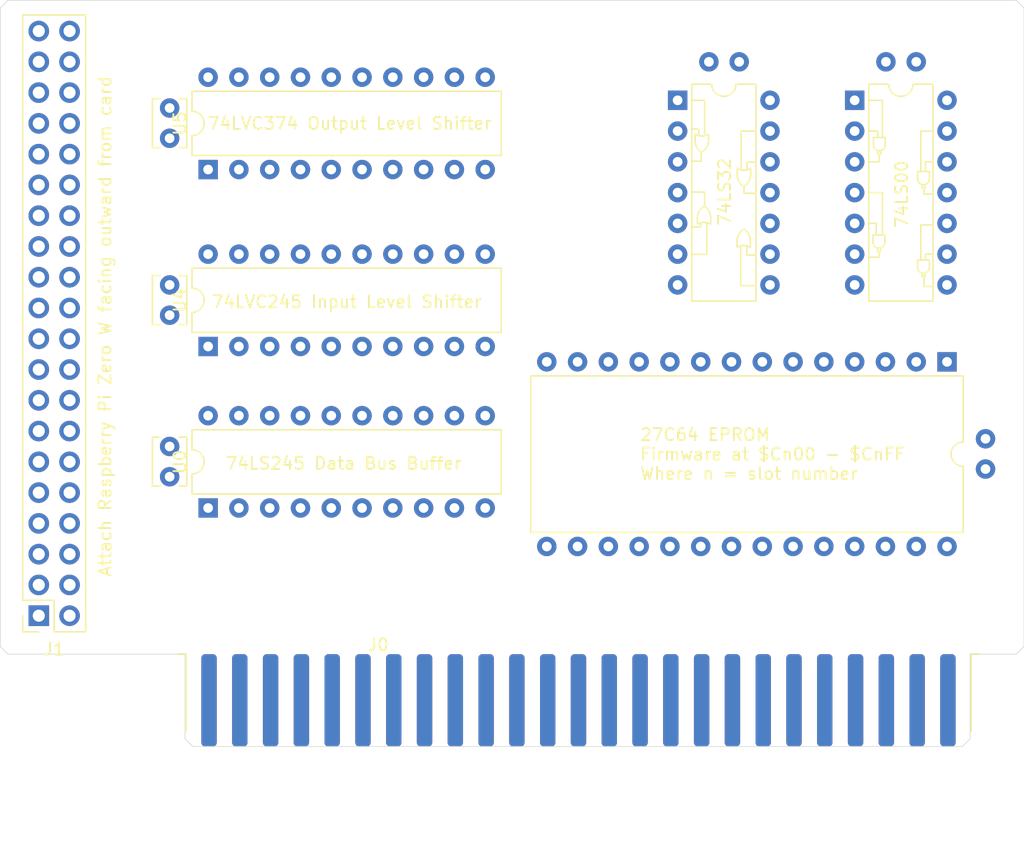
<source format=kicad_pcb>
(kicad_pcb (version 20171130) (host pcbnew 5.1.5+dfsg1-2build2)

  (general
    (thickness 1.6)
    (drawings 77)
    (tracks 0)
    (zones 0)
    (modules 14)
    (nets 97)
  )

  (page USLetter)
  (layers
    (0 F.Cu signal)
    (31 B.Cu signal)
    (32 B.Adhes user hide)
    (33 F.Adhes user hide)
    (34 B.Paste user hide)
    (35 F.Paste user hide)
    (36 B.SilkS user)
    (37 F.SilkS user)
    (38 B.Mask user hide)
    (39 F.Mask user hide)
    (40 Dwgs.User user hide)
    (41 Cmts.User user hide)
    (42 Eco1.User user hide)
    (43 Eco2.User user hide)
    (44 Edge.Cuts user)
    (45 Margin user hide)
    (46 B.CrtYd user hide)
    (47 F.CrtYd user hide)
    (48 B.Fab user hide)
    (49 F.Fab user hide)
  )

  (setup
    (last_trace_width 0.1778)
    (trace_clearance 0.1778)
    (zone_clearance 0.508)
    (zone_45_only no)
    (trace_min 0.1778)
    (via_size 0.762)
    (via_drill 0.50038)
    (via_min_size 0.4)
    (via_min_drill 0.3)
    (uvia_size 0.3)
    (uvia_drill 0.1)
    (uvias_allowed no)
    (uvia_min_size 0.2)
    (uvia_min_drill 0.1)
    (edge_width 0.05)
    (segment_width 0.2)
    (pcb_text_width 0.3)
    (pcb_text_size 1.5 1.5)
    (mod_edge_width 0.12)
    (mod_text_size 1 1)
    (mod_text_width 0.15)
    (pad_size 1.524 1.524)
    (pad_drill 0.762)
    (pad_to_mask_clearance 0.051)
    (solder_mask_min_width 0.25)
    (aux_axis_origin 0 0)
    (visible_elements FFFFFF7F)
    (pcbplotparams
      (layerselection 0x010fc_ffffffff)
      (usegerberextensions false)
      (usegerberattributes false)
      (usegerberadvancedattributes false)
      (creategerberjobfile false)
      (excludeedgelayer true)
      (linewidth 0.100000)
      (plotframeref false)
      (viasonmask false)
      (mode 1)
      (useauxorigin false)
      (hpglpennumber 1)
      (hpglpenspeed 20)
      (hpglpendiameter 15.000000)
      (psnegative false)
      (psa4output false)
      (plotreference true)
      (plotvalue true)
      (plotinvisibletext false)
      (padsonsilk false)
      (subtractmaskfromsilk false)
      (outputformat 1)
      (mirror false)
      (drillshape 1)
      (scaleselection 1)
      (outputdirectory ""))
  )

  (net 0 "")
  (net 1 "Net-(U0-Pad15)")
  (net 2 "Net-(U1-Pad2)")
  (net 3 "Net-(U0-Pad14)")
  (net 4 "Net-(J0-Pad9)")
  (net 5 "Net-(U0-Pad13)")
  (net 6 "Net-(J0-Pad8)")
  (net 7 "Net-(U0-Pad12)")
  (net 8 "Net-(J0-Pad7)")
  (net 9 "Net-(U0-Pad11)")
  (net 10 "Net-(J0-Pad6)")
  (net 11 "Net-(J0-Pad1)")
  (net 12 "Net-(J0-Pad5)")
  (net 13 "Net-(J0-Pad12)")
  (net 14 "Net-(J0-Pad4)")
  (net 15 "Net-(J0-Pad3)")
  (net 16 "Net-(U1-Pad23)")
  (net 17 "Net-(J0-Pad2)")
  (net 18 "Net-(J0-Pad11)")
  (net 19 "Net-(U0-Pad18)")
  (net 20 "Net-(J0-Pad10)")
  (net 21 "Net-(U0-Pad17)")
  (net 22 "Net-(U1-Pad26)")
  (net 23 "Net-(U0-Pad16)")
  (net 24 "Net-(J0-Pad13)")
  (net 25 "Net-(J0-Pad14)")
  (net 26 "Net-(J0-Pad15)")
  (net 27 "Net-(J0-Pad16)")
  (net 28 "Net-(J0-Pad17)")
  (net 29 "Net-(J0-Pad18)")
  (net 30 "Net-(J0-Pad19)")
  (net 31 "Net-(J0-Pad20)")
  (net 32 "Net-(J0-Pad21)")
  (net 33 "Net-(J0-Pad22)")
  (net 34 "Net-(J0-Pad23)")
  (net 35 "Net-(J0-Pad24)")
  (net 36 "Net-(J0-Pad29)")
  (net 37 "Net-(J0-Pad30)")
  (net 38 "Net-(J0-Pad31)")
  (net 39 "Net-(J0-Pad32)")
  (net 40 "Net-(J0-Pad33)")
  (net 41 "Net-(J0-Pad34)")
  (net 42 "Net-(J0-Pad35)")
  (net 43 "Net-(J0-Pad36)")
  (net 44 "Net-(J0-Pad37)")
  (net 45 "Net-(J0-Pad38)")
  (net 46 "Net-(J0-Pad39)")
  (net 47 "Net-(J0-Pad40)")
  (net 48 "Net-(J0-Pad43)")
  (net 49 "Net-(J0-Pad44)")
  (net 50 "Net-(J0-Pad45)")
  (net 51 "Net-(J0-Pad46)")
  (net 52 "Net-(J0-Pad47)")
  (net 53 "Net-(J0-Pad48)")
  (net 54 "Net-(J0-Pad49)")
  (net 55 "Net-(J0-Pad50)")
  (net 56 "Net-(J1-Pad3)")
  (net 57 "Net-(J1-Pad5)")
  (net 58 "Net-(J1-Pad7)")
  (net 59 "Net-(J1-Pad8)")
  (net 60 "Net-(J1-Pad10)")
  (net 61 "Net-(J1-Pad11)")
  (net 62 "Net-(J1-Pad12)")
  (net 63 "Net-(J1-Pad13)")
  (net 64 "Net-(J1-Pad15)")
  (net 65 "Net-(J1-Pad16)")
  (net 66 "Net-(J1-Pad18)")
  (net 67 "Net-(J1-Pad19)")
  (net 68 "Net-(J1-Pad21)")
  (net 69 "Net-(J1-Pad22)")
  (net 70 "Net-(J1-Pad23)")
  (net 71 "Net-(J1-Pad24)")
  (net 72 "Net-(J1-Pad26)")
  (net 73 "Net-(J1-Pad27)")
  (net 74 "Net-(J1-Pad28)")
  (net 75 "Net-(J1-Pad29)")
  (net 76 "Net-(J1-Pad31)")
  (net 77 "Net-(J1-Pad32)")
  (net 78 "Net-(J1-Pad33)")
  (net 79 "Net-(J1-Pad35)")
  (net 80 "Net-(J1-Pad36)")
  (net 81 "Net-(J1-Pad37)")
  (net 82 "Net-(J1-Pad38)")
  (net 83 "Net-(J1-Pad40)")
  (net 84 "Net-(U0-Pad1)")
  (net 85 "Net-(J0-Pad42)")
  (net 86 "Net-(U0-Pad19)")
  (net 87 "Net-(U2-Pad3)")
  (net 88 "Net-(U2-Pad8)")
  (net 89 "Net-(J0-Pad41)")
  (net 90 "Net-(U3-Pad1)")
  (net 91 "Net-(U3-Pad10)")
  (net 92 "Net-(C1-Pad2)")
  (net 93 "Net-(C1-Pad1)")
  (net 94 "Net-(C5-Pad1)")
  (net 95 "Net-(U3-Pad3)")
  (net 96 "Net-(U3-Pad8)")

  (net_class Default "This is the default net class."
    (clearance 0.1778)
    (trace_width 0.1778)
    (via_dia 0.762)
    (via_drill 0.50038)
    (uvia_dia 0.3)
    (uvia_drill 0.1)
    (add_net "Net-(C5-Pad1)")
    (add_net "Net-(J0-Pad1)")
    (add_net "Net-(J0-Pad10)")
    (add_net "Net-(J0-Pad11)")
    (add_net "Net-(J0-Pad12)")
    (add_net "Net-(J0-Pad13)")
    (add_net "Net-(J0-Pad14)")
    (add_net "Net-(J0-Pad15)")
    (add_net "Net-(J0-Pad16)")
    (add_net "Net-(J0-Pad17)")
    (add_net "Net-(J0-Pad18)")
    (add_net "Net-(J0-Pad19)")
    (add_net "Net-(J0-Pad2)")
    (add_net "Net-(J0-Pad20)")
    (add_net "Net-(J0-Pad21)")
    (add_net "Net-(J0-Pad22)")
    (add_net "Net-(J0-Pad23)")
    (add_net "Net-(J0-Pad24)")
    (add_net "Net-(J0-Pad29)")
    (add_net "Net-(J0-Pad3)")
    (add_net "Net-(J0-Pad30)")
    (add_net "Net-(J0-Pad31)")
    (add_net "Net-(J0-Pad32)")
    (add_net "Net-(J0-Pad33)")
    (add_net "Net-(J0-Pad34)")
    (add_net "Net-(J0-Pad35)")
    (add_net "Net-(J0-Pad36)")
    (add_net "Net-(J0-Pad37)")
    (add_net "Net-(J0-Pad38)")
    (add_net "Net-(J0-Pad39)")
    (add_net "Net-(J0-Pad4)")
    (add_net "Net-(J0-Pad40)")
    (add_net "Net-(J0-Pad41)")
    (add_net "Net-(J0-Pad42)")
    (add_net "Net-(J0-Pad43)")
    (add_net "Net-(J0-Pad44)")
    (add_net "Net-(J0-Pad45)")
    (add_net "Net-(J0-Pad46)")
    (add_net "Net-(J0-Pad47)")
    (add_net "Net-(J0-Pad48)")
    (add_net "Net-(J0-Pad49)")
    (add_net "Net-(J0-Pad5)")
    (add_net "Net-(J0-Pad50)")
    (add_net "Net-(J0-Pad6)")
    (add_net "Net-(J0-Pad7)")
    (add_net "Net-(J0-Pad8)")
    (add_net "Net-(J0-Pad9)")
    (add_net "Net-(J1-Pad10)")
    (add_net "Net-(J1-Pad11)")
    (add_net "Net-(J1-Pad12)")
    (add_net "Net-(J1-Pad13)")
    (add_net "Net-(J1-Pad15)")
    (add_net "Net-(J1-Pad16)")
    (add_net "Net-(J1-Pad18)")
    (add_net "Net-(J1-Pad19)")
    (add_net "Net-(J1-Pad21)")
    (add_net "Net-(J1-Pad22)")
    (add_net "Net-(J1-Pad23)")
    (add_net "Net-(J1-Pad24)")
    (add_net "Net-(J1-Pad26)")
    (add_net "Net-(J1-Pad27)")
    (add_net "Net-(J1-Pad28)")
    (add_net "Net-(J1-Pad29)")
    (add_net "Net-(J1-Pad3)")
    (add_net "Net-(J1-Pad31)")
    (add_net "Net-(J1-Pad32)")
    (add_net "Net-(J1-Pad33)")
    (add_net "Net-(J1-Pad35)")
    (add_net "Net-(J1-Pad36)")
    (add_net "Net-(J1-Pad37)")
    (add_net "Net-(J1-Pad38)")
    (add_net "Net-(J1-Pad40)")
    (add_net "Net-(J1-Pad5)")
    (add_net "Net-(J1-Pad7)")
    (add_net "Net-(J1-Pad8)")
    (add_net "Net-(U0-Pad1)")
    (add_net "Net-(U0-Pad11)")
    (add_net "Net-(U0-Pad12)")
    (add_net "Net-(U0-Pad13)")
    (add_net "Net-(U0-Pad14)")
    (add_net "Net-(U0-Pad15)")
    (add_net "Net-(U0-Pad16)")
    (add_net "Net-(U0-Pad17)")
    (add_net "Net-(U0-Pad18)")
    (add_net "Net-(U0-Pad19)")
    (add_net "Net-(U1-Pad2)")
    (add_net "Net-(U1-Pad23)")
    (add_net "Net-(U1-Pad26)")
    (add_net "Net-(U2-Pad3)")
    (add_net "Net-(U2-Pad8)")
    (add_net "Net-(U3-Pad1)")
    (add_net "Net-(U3-Pad10)")
    (add_net "Net-(U3-Pad3)")
    (add_net "Net-(U3-Pad8)")
  )

  (net_class Ground ""
    (clearance 0.254)
    (trace_width 0.8128)
    (via_dia 0.762)
    (via_drill 0.7112)
    (uvia_dia 0.3)
    (uvia_drill 0.1)
    (add_net "Net-(C1-Pad2)")
  )

  (net_class Power ""
    (clearance 0.254)
    (trace_width 0.8128)
    (via_dia 0.762)
    (via_drill 0.7112)
    (uvia_dia 0.3)
    (uvia_drill 0.1)
    (add_net "Net-(C1-Pad1)")
  )

  (module Package_DIP:DIP-14_W7.62mm (layer F.Cu) (tedit 5FB69AA2) (tstamp 5FB68876)
    (at 177.8 66.04)
    (descr "14-lead though-hole mounted DIP package, row spacing 7.62 mm (300 mils)")
    (tags "THT DIP DIL PDIP 2.54mm 7.62mm 300mil")
    (path /5FD4E618)
    (fp_text reference U2 (at 3.81 -2.33) (layer F.Fab)
      (effects (font (size 1 1) (thickness 0.15)))
    )
    (fp_text value 74LS00 (at 3.875 7.75 90) (layer F.SilkS)
      (effects (font (size 1 1) (thickness 0.15)))
    )
    (fp_text user %R (at 3.81 7.62) (layer F.Fab)
      (effects (font (size 1 1) (thickness 0.15)))
    )
    (fp_line (start 8.7 -1.55) (end -1.1 -1.55) (layer F.CrtYd) (width 0.05))
    (fp_line (start 8.7 16.8) (end 8.7 -1.55) (layer F.CrtYd) (width 0.05))
    (fp_line (start -1.1 16.8) (end 8.7 16.8) (layer F.CrtYd) (width 0.05))
    (fp_line (start -1.1 -1.55) (end -1.1 16.8) (layer F.CrtYd) (width 0.05))
    (fp_line (start 6.46 -1.33) (end 4.81 -1.33) (layer F.SilkS) (width 0.12))
    (fp_line (start 6.46 16.57) (end 6.46 -1.33) (layer F.SilkS) (width 0.12))
    (fp_line (start 1.16 16.57) (end 6.46 16.57) (layer F.SilkS) (width 0.12))
    (fp_line (start 1.16 -1.33) (end 1.16 16.57) (layer F.SilkS) (width 0.12))
    (fp_line (start 2.81 -1.33) (end 1.16 -1.33) (layer F.SilkS) (width 0.12))
    (fp_line (start 0.635 -0.27) (end 1.635 -1.27) (layer F.Fab) (width 0.1))
    (fp_line (start 0.635 16.51) (end 0.635 -0.27) (layer F.Fab) (width 0.1))
    (fp_line (start 6.985 16.51) (end 0.635 16.51) (layer F.Fab) (width 0.1))
    (fp_line (start 6.985 -1.27) (end 6.985 16.51) (layer F.Fab) (width 0.1))
    (fp_line (start 1.635 -1.27) (end 6.985 -1.27) (layer F.Fab) (width 0.1))
    (fp_arc (start 3.81 -1.33) (end 2.81 -1.33) (angle -180) (layer F.SilkS) (width 0.12))
    (fp_line (start 1.55194 3.06832) (end 2.50444 3.06832) (layer F.SilkS) (width 0.12))
    (fp_line (start 1.5494 3.08102) (end 1.5494 3.66776) (layer F.SilkS) (width 0.12))
    (fp_arc (start 2.03454 3.683) (end 1.5494 3.683) (angle -182.7927024) (layer F.SilkS) (width 0.12))
    (fp_arc (start 2.04724 4.35864) (end 2.062479 4.221481) (angle -338.1228359) (layer F.SilkS) (width 0.12))
    (fp_line (start 2.52476 3.67538) (end 2.52476 3.0734) (layer F.SilkS) (width 0.12))
    (fp_arc (start 1.99898 11.72718) (end 1.51384 11.72718) (angle -182.7927024) (layer F.SilkS) (width 0.12))
    (fp_arc (start 2.01168 12.40282) (end 2.026919 12.265661) (angle -338.1228359) (layer F.SilkS) (width 0.12))
    (fp_line (start 1.51638 11.1125) (end 2.46888 11.1125) (layer F.SilkS) (width 0.12))
    (fp_line (start 2.4892 11.71956) (end 2.4892 11.11758) (layer F.SilkS) (width 0.12))
    (fp_line (start 1.51384 11.1252) (end 1.51384 11.71194) (layer F.SilkS) (width 0.12))
    (fp_arc (start 5.6769 6.4897) (end 5.19176 6.4897) (angle -182.7927024) (layer F.SilkS) (width 0.12))
    (fp_arc (start 5.6896 7.16534) (end 5.704839 7.028181) (angle -338.1228359) (layer F.SilkS) (width 0.12))
    (fp_line (start 5.1943 5.87502) (end 6.1468 5.87502) (layer F.SilkS) (width 0.12))
    (fp_line (start 6.16712 6.48208) (end 6.16712 5.8801) (layer F.SilkS) (width 0.12))
    (fp_line (start 5.19176 5.88772) (end 5.19176 6.47446) (layer F.SilkS) (width 0.12))
    (fp_arc (start 5.6769 13.79982) (end 5.19176 13.79982) (angle -182.7927024) (layer F.SilkS) (width 0.12))
    (fp_arc (start 5.6896 14.47546) (end 5.704839 14.338301) (angle -338.1228359) (layer F.SilkS) (width 0.12))
    (fp_line (start 5.1943 13.18514) (end 6.1468 13.18514) (layer F.SilkS) (width 0.12))
    (fp_line (start 6.16712 13.7922) (end 6.16712 13.19022) (layer F.SilkS) (width 0.12))
    (fp_line (start 5.19176 13.19784) (end 5.19176 13.78458) (layer F.SilkS) (width 0.12))
    (fp_line (start 1.143 0) (end 2.286 0) (layer F.SilkS) (width 0.12))
    (fp_line (start 2.286 0) (end 2.286 3.048) (layer F.SilkS) (width 0.12))
    (fp_line (start 1.143 2.54) (end 1.905 2.54) (layer F.SilkS) (width 0.12))
    (fp_line (start 1.905 2.54) (end 1.905 3.048) (layer F.SilkS) (width 0.12))
    (fp_line (start 1.143 5.08) (end 2.032 5.08) (layer F.SilkS) (width 0.12))
    (fp_line (start 2.032 5.08) (end 2.032 4.572) (layer F.SilkS) (width 0.12))
    (fp_line (start 2.286 11.049) (end 2.286 7.62) (layer F.SilkS) (width 0.12))
    (fp_line (start 2.286 7.62) (end 1.143 7.62) (layer F.SilkS) (width 0.12))
    (fp_line (start 1.778 11.049) (end 1.778 10.16) (layer F.SilkS) (width 0.12))
    (fp_line (start 1.778 10.16) (end 1.143 10.16) (layer F.SilkS) (width 0.12))
    (fp_line (start 2.032 12.573) (end 2.032 12.954) (layer F.SilkS) (width 0.12))
    (fp_line (start 2.032 12.954) (end 1.143 12.954) (layer F.SilkS) (width 0.12))
    (fp_line (start 5.461 5.842) (end 5.461 2.54) (layer F.SilkS) (width 0.12))
    (fp_line (start 5.461 2.54) (end 6.477 2.54) (layer F.SilkS) (width 0.12))
    (fp_line (start 5.842 5.842) (end 5.842 5.08) (layer F.SilkS) (width 0.12))
    (fp_line (start 5.842 5.08) (end 6.477 5.08) (layer F.SilkS) (width 0.12))
    (fp_line (start 6.477 7.747) (end 5.715 7.747) (layer F.SilkS) (width 0.12))
    (fp_line (start 5.715 7.747) (end 5.715 7.366) (layer F.SilkS) (width 0.12))
    (fp_line (start 5.461 13.081) (end 5.461 10.287) (layer F.SilkS) (width 0.12))
    (fp_line (start 5.461 10.287) (end 6.477 10.287) (layer F.SilkS) (width 0.12))
    (fp_line (start 5.842 13.081) (end 5.842 12.7) (layer F.SilkS) (width 0.12))
    (fp_line (start 5.842 12.7) (end 6.477 12.7) (layer F.SilkS) (width 0.12))
    (fp_line (start 6.477 15.367) (end 5.715 15.367) (layer F.SilkS) (width 0.12))
    (fp_line (start 5.715 15.367) (end 5.715 14.605) (layer F.SilkS) (width 0.12))
    (pad 14 thru_hole oval (at 7.62 0) (size 1.6 1.6) (drill 0.8) (layers *.Cu *.Mask)
      (net 93 "Net-(C1-Pad1)"))
    (pad 7 thru_hole oval (at 0 15.24) (size 1.6 1.6) (drill 0.8) (layers *.Cu *.Mask)
      (net 92 "Net-(C1-Pad2)"))
    (pad 13 thru_hole oval (at 7.62 2.54) (size 1.6 1.6) (drill 0.8) (layers *.Cu *.Mask)
      (net 29 "Net-(J0-Pad18)"))
    (pad 6 thru_hole oval (at 0 12.7) (size 1.6 1.6) (drill 0.8) (layers *.Cu *.Mask)
      (net 86 "Net-(U0-Pad19)"))
    (pad 12 thru_hole oval (at 7.62 5.08) (size 1.6 1.6) (drill 0.8) (layers *.Cu *.Mask)
      (net 29 "Net-(J0-Pad18)"))
    (pad 5 thru_hole oval (at 0 10.16) (size 1.6 1.6) (drill 0.8) (layers *.Cu *.Mask)
      (net 87 "Net-(U2-Pad3)"))
    (pad 11 thru_hole oval (at 7.62 7.62) (size 1.6 1.6) (drill 0.8) (layers *.Cu *.Mask)
      (net 84 "Net-(U0-Pad1)"))
    (pad 4 thru_hole oval (at 0 7.62) (size 1.6 1.6) (drill 0.8) (layers *.Cu *.Mask)
      (net 87 "Net-(U2-Pad3)"))
    (pad 10 thru_hole oval (at 7.62 10.16) (size 1.6 1.6) (drill 0.8) (layers *.Cu *.Mask)
      (net 84 "Net-(U0-Pad1)"))
    (pad 3 thru_hole oval (at 0 5.08) (size 1.6 1.6) (drill 0.8) (layers *.Cu *.Mask)
      (net 87 "Net-(U2-Pad3)"))
    (pad 9 thru_hole oval (at 7.62 12.7) (size 1.6 1.6) (drill 0.8) (layers *.Cu *.Mask)
      (net 84 "Net-(U0-Pad1)"))
    (pad 2 thru_hole oval (at 0 2.54) (size 1.6 1.6) (drill 0.8) (layers *.Cu *.Mask)
      (net 11 "Net-(J0-Pad1)"))
    (pad 8 thru_hole oval (at 7.62 15.24) (size 1.6 1.6) (drill 0.8) (layers *.Cu *.Mask)
      (net 88 "Net-(U2-Pad8)"))
    (pad 1 thru_hole rect (at 0 0) (size 1.6 1.6) (drill 0.8) (layers *.Cu *.Mask)
      (net 89 "Net-(J0-Pad41)"))
    (model ${KISYS3DMOD}/Package_DIP.3dshapes/DIP-14_W7.62mm.wrl
      (at (xyz 0 0 0))
      (scale (xyz 1 1 1))
      (rotate (xyz 0 0 0))
    )
  )

  (module Package_DIP:DIP-14_W7.62mm (layer F.Cu) (tedit 5FB69841) (tstamp 5FB68898)
    (at 163.195 66.04)
    (descr "14-lead though-hole mounted DIP package, row spacing 7.62 mm (300 mils)")
    (tags "THT DIP DIL PDIP 2.54mm 7.62mm 300mil")
    (path /5FB50A31)
    (fp_text reference U3 (at 3.81 -2.33) (layer F.Fab)
      (effects (font (size 1 1) (thickness 0.15)))
    )
    (fp_text value 74LS32 (at 3.875 7.55 90) (layer F.SilkS)
      (effects (font (size 1 1) (thickness 0.15)))
    )
    (fp_arc (start 3.81 -1.33) (end 2.81 -1.33) (angle -180) (layer F.SilkS) (width 0.12))
    (fp_line (start 1.635 -1.27) (end 6.985 -1.27) (layer F.Fab) (width 0.1))
    (fp_line (start 6.985 -1.27) (end 6.985 16.51) (layer F.Fab) (width 0.1))
    (fp_line (start 6.985 16.51) (end 0.635 16.51) (layer F.Fab) (width 0.1))
    (fp_line (start 0.635 16.51) (end 0.635 -0.27) (layer F.Fab) (width 0.1))
    (fp_line (start 0.635 -0.27) (end 1.635 -1.27) (layer F.Fab) (width 0.1))
    (fp_line (start 2.81 -1.33) (end 1.16 -1.33) (layer F.SilkS) (width 0.12))
    (fp_line (start 1.16 -1.33) (end 1.16 16.57) (layer F.SilkS) (width 0.12))
    (fp_line (start 1.16 16.57) (end 6.46 16.57) (layer F.SilkS) (width 0.12))
    (fp_line (start 6.46 16.57) (end 6.46 -1.33) (layer F.SilkS) (width 0.12))
    (fp_line (start 6.46 -1.33) (end 4.81 -1.33) (layer F.SilkS) (width 0.12))
    (fp_line (start -1.1 -1.55) (end -1.1 16.8) (layer F.CrtYd) (width 0.05))
    (fp_line (start -1.1 16.8) (end 8.7 16.8) (layer F.CrtYd) (width 0.05))
    (fp_line (start 8.7 16.8) (end 8.7 -1.55) (layer F.CrtYd) (width 0.05))
    (fp_line (start 8.7 -1.55) (end -1.1 -1.55) (layer F.CrtYd) (width 0.05))
    (fp_text user %R (at 3.81 7.62) (layer F.Fab)
      (effects (font (size 1 1) (thickness 0.15)))
    )
    (fp_arc (start 2 2) (end 1.450001 2.774999) (angle -69.47693483) (layer F.SilkS) (width 0.12))
    (fp_line (start 1.45 2.775) (end 1.45 3.35) (layer F.SilkS) (width 0.12))
    (fp_line (start 2.55 3.35) (end 2.55 2.8) (layer F.SilkS) (width 0.12))
    (fp_arc (start 2.55 3.35) (end 1.45 3.35) (angle -58.13402231) (layer F.SilkS) (width 0.12))
    (fp_arc (start 1.448537 3.320952) (end 2.548537 3.320952) (angle 62.8786966) (layer F.SilkS) (width 0.12))
    (fp_arc (start 5.475 4.825) (end 4.925001 5.599999) (angle -69.47693483) (layer F.SilkS) (width 0.12))
    (fp_arc (start 6.025 6.175) (end 4.925 6.175) (angle -58.13402231) (layer F.SilkS) (width 0.12))
    (fp_arc (start 4.923537 6.145952) (end 6.023537 6.145952) (angle 62.8786966) (layer F.SilkS) (width 0.12))
    (fp_line (start 6.025 6.175) (end 6.025 5.625) (layer F.SilkS) (width 0.12))
    (fp_line (start 4.925 5.6) (end 4.925 6.175) (layer F.SilkS) (width 0.12))
    (fp_arc (start 2.175 11.025) (end 2.724999 10.250001) (angle -69.47693483) (layer F.SilkS) (width 0.12))
    (fp_arc (start 1.625 9.675) (end 2.725 9.675) (angle -58.13402231) (layer F.SilkS) (width 0.12))
    (fp_arc (start 2.726463 9.704048) (end 1.626463 9.704048) (angle 62.8786966) (layer F.SilkS) (width 0.12))
    (fp_line (start 1.625 9.675) (end 1.625 10.225) (layer F.SilkS) (width 0.12))
    (fp_line (start 2.725 10.25) (end 2.725 9.675) (layer F.SilkS) (width 0.12))
    (fp_arc (start 5.45 12.925) (end 5.999999 12.150001) (angle -69.47693483) (layer F.SilkS) (width 0.12))
    (fp_arc (start 4.9 11.575) (end 6 11.575) (angle -58.13402231) (layer F.SilkS) (width 0.12))
    (fp_arc (start 6.001463 11.604048) (end 4.901463 11.604048) (angle 62.8786966) (layer F.SilkS) (width 0.12))
    (fp_line (start 4.9 11.575) (end 4.9 12.125) (layer F.SilkS) (width 0.12))
    (fp_line (start 6 12.15) (end 6 11.575) (layer F.SilkS) (width 0.12))
    (fp_line (start 1.175 2.375) (end 1.75 2.375) (layer F.SilkS) (width 0.12))
    (fp_line (start 1.75 2.375) (end 1.75 2.925) (layer F.SilkS) (width 0.12))
    (fp_line (start 2.225 2.875) (end 2.225 0) (layer F.SilkS) (width 0.12))
    (fp_line (start 2.225 0) (end 1.175 0) (layer F.SilkS) (width 0.12))
    (fp_line (start 1.95 4.275) (end 1.95 5.025) (layer F.SilkS) (width 0.12))
    (fp_line (start 1.95 5.025) (end 1.175 5.025) (layer F.SilkS) (width 0.12))
    (fp_line (start 2.225 8.725) (end 2.225 7.575) (layer F.SilkS) (width 0.12))
    (fp_line (start 2.225 7.575) (end 1.2 7.575) (layer F.SilkS) (width 0.12))
    (fp_line (start 1.9 10.1) (end 1.9 10.45) (layer F.SilkS) (width 0.12))
    (fp_line (start 1.9 10.45) (end 1.175 10.45) (layer F.SilkS) (width 0.12))
    (fp_line (start 2.4 10.15) (end 2.4 12.725) (layer F.SilkS) (width 0.12))
    (fp_line (start 2.4 12.725) (end 1.175 12.725) (layer F.SilkS) (width 0.12))
    (fp_line (start 5.2 12.025) (end 5.2 15.3) (layer F.SilkS) (width 0.12))
    (fp_line (start 5.2 15.3) (end 6.45 15.3) (layer F.SilkS) (width 0.12))
    (fp_line (start 5.7 12) (end 5.7 12.775) (layer F.SilkS) (width 0.12))
    (fp_line (start 5.7 12.775) (end 6.475 12.775) (layer F.SilkS) (width 0.12))
    (fp_line (start 5.475 7.15) (end 5.475 7.675) (layer F.SilkS) (width 0.12))
    (fp_line (start 5.475 7.675) (end 6.425 7.675) (layer F.SilkS) (width 0.12))
    (fp_line (start 6.45 5.1) (end 5.725 5.1) (layer F.SilkS) (width 0.12))
    (fp_line (start 5.725 5.1) (end 5.725 5.75) (layer F.SilkS) (width 0.12))
    (fp_line (start 6.45 2.55) (end 5.25 2.55) (layer F.SilkS) (width 0.12))
    (fp_line (start 5.25 2.55) (end 5.25 5.7) (layer F.SilkS) (width 0.12))
    (pad 1 thru_hole rect (at 0 0) (size 1.6 1.6) (drill 0.8) (layers *.Cu *.Mask)
      (net 90 "Net-(U3-Pad1)"))
    (pad 8 thru_hole oval (at 7.62 15.24) (size 1.6 1.6) (drill 0.8) (layers *.Cu *.Mask)
      (net 96 "Net-(U3-Pad8)"))
    (pad 2 thru_hole oval (at 0 2.54) (size 1.6 1.6) (drill 0.8) (layers *.Cu *.Mask)
      (net 89 "Net-(J0-Pad41)"))
    (pad 9 thru_hole oval (at 7.62 12.7) (size 1.6 1.6) (drill 0.8) (layers *.Cu *.Mask)
      (net 89 "Net-(J0-Pad41)"))
    (pad 3 thru_hole oval (at 0 5.08) (size 1.6 1.6) (drill 0.8) (layers *.Cu *.Mask)
      (net 95 "Net-(U3-Pad3)"))
    (pad 10 thru_hole oval (at 7.62 10.16) (size 1.6 1.6) (drill 0.8) (layers *.Cu *.Mask)
      (net 91 "Net-(U3-Pad10)"))
    (pad 4 thru_hole oval (at 0 7.62) (size 1.6 1.6) (drill 0.8) (layers *.Cu *.Mask)
      (net 84 "Net-(U0-Pad1)"))
    (pad 11 thru_hole oval (at 7.62 7.62) (size 1.6 1.6) (drill 0.8) (layers *.Cu *.Mask)
      (net 91 "Net-(U3-Pad10)"))
    (pad 5 thru_hole oval (at 0 10.16) (size 1.6 1.6) (drill 0.8) (layers *.Cu *.Mask)
      (net 17 "Net-(J0-Pad2)"))
    (pad 12 thru_hole oval (at 7.62 5.08) (size 1.6 1.6) (drill 0.8) (layers *.Cu *.Mask)
      (net 88 "Net-(U2-Pad8)"))
    (pad 6 thru_hole oval (at 0 12.7) (size 1.6 1.6) (drill 0.8) (layers *.Cu *.Mask)
      (net 90 "Net-(U3-Pad1)"))
    (pad 13 thru_hole oval (at 7.62 2.54) (size 1.6 1.6) (drill 0.8) (layers *.Cu *.Mask)
      (net 15 "Net-(J0-Pad3)"))
    (pad 7 thru_hole oval (at 0 15.24) (size 1.6 1.6) (drill 0.8) (layers *.Cu *.Mask)
      (net 92 "Net-(C1-Pad2)"))
    (pad 14 thru_hole oval (at 7.62 0) (size 1.6 1.6) (drill 0.8) (layers *.Cu *.Mask)
      (net 93 "Net-(C1-Pad1)"))
    (model ${KISYS3DMOD}/Package_DIP.3dshapes/DIP-14_W7.62mm.wrl
      (at (xyz 0 0 0))
      (scale (xyz 1 1 1))
      (rotate (xyz 0 0 0))
    )
  )

  (module Capacitor_THT:C_Disc_D3.8mm_W2.6mm_P2.50mm (layer F.Cu) (tedit 5FB69523) (tstamp 5FB68711)
    (at 182.88 62.865 180)
    (descr "C, Disc series, Radial, pin pitch=2.50mm, , diameter*width=3.8*2.6mm^2, Capacitor, http://www.vishay.com/docs/45233/krseries.pdf")
    (tags "C Disc series Radial pin pitch 2.50mm  diameter 3.8mm width 2.6mm Capacitor")
    (path /5FB81404)
    (fp_text reference C3 (at 1.25 -2.55 180) (layer F.Fab)
      (effects (font (size 1 1) (thickness 0.15)))
    )
    (fp_text value C (at 1.25 2.55 180) (layer F.Fab)
      (effects (font (size 1 1) (thickness 0.15)))
    )
    (fp_line (start -0.65 -1.3) (end -0.65 1.3) (layer F.Fab) (width 0.1))
    (fp_line (start -0.65 1.3) (end 3.15 1.3) (layer F.Fab) (width 0.1))
    (fp_line (start 3.15 1.3) (end 3.15 -1.3) (layer F.Fab) (width 0.1))
    (fp_line (start 3.15 -1.3) (end -0.65 -1.3) (layer F.Fab) (width 0.1))
    (fp_line (start -0.77 -1.42) (end 3.27 -1.42) (layer F.Fab) (width 0.12))
    (fp_line (start -0.77 1.42) (end 3.27 1.42) (layer F.Fab) (width 0.12))
    (fp_line (start -0.77 -1.42) (end -0.77 -0.795) (layer F.Fab) (width 0.12))
    (fp_line (start -0.77 0.795) (end -0.77 1.42) (layer F.Fab) (width 0.12))
    (fp_line (start 3.27 -1.42) (end 3.27 -0.795) (layer F.Fab) (width 0.12))
    (fp_line (start 3.27 0.795) (end 3.27 1.42) (layer F.Fab) (width 0.12))
    (fp_line (start -1.05 -1.55) (end -1.05 1.55) (layer F.CrtYd) (width 0.05))
    (fp_line (start -1.05 1.55) (end 3.55 1.55) (layer F.CrtYd) (width 0.05))
    (fp_line (start 3.55 1.55) (end 3.55 -1.55) (layer F.CrtYd) (width 0.05))
    (fp_line (start 3.55 -1.55) (end -1.05 -1.55) (layer F.CrtYd) (width 0.05))
    (fp_text user %R (at 1.25 0 180) (layer F.Fab)
      (effects (font (size 0.76 0.76) (thickness 0.114)))
    )
    (pad 1 thru_hole circle (at 0 0 180) (size 1.6 1.6) (drill 0.8) (layers *.Cu *.Mask)
      (net 93 "Net-(C1-Pad1)"))
    (pad 2 thru_hole circle (at 2.5 0 180) (size 1.6 1.6) (drill 0.8) (layers *.Cu *.Mask)
      (net 92 "Net-(C1-Pad2)"))
    (model ${KISYS3DMOD}/Capacitor_THT.3dshapes/C_Disc_D3.8mm_W2.6mm_P2.50mm.wrl
      (at (xyz 0 0 0))
      (scale (xyz 1 1 1))
      (rotate (xyz 0 0 0))
    )
  )

  (module Capacitor_THT:C_Disc_D3.8mm_W2.6mm_P2.50mm (layer F.Cu) (tedit 5FB68DF6) (tstamp 5FB68726)
    (at 168.275 62.865 180)
    (descr "C, Disc series, Radial, pin pitch=2.50mm, , diameter*width=3.8*2.6mm^2, Capacitor, http://www.vishay.com/docs/45233/krseries.pdf")
    (tags "C Disc series Radial pin pitch 2.50mm  diameter 3.8mm width 2.6mm Capacitor")
    (path /5FB82906)
    (fp_text reference C4 (at 1.25 -2.55 180) (layer F.Fab)
      (effects (font (size 1 1) (thickness 0.15)))
    )
    (fp_text value C (at 1.25 2.55 180) (layer F.Fab)
      (effects (font (size 1 1) (thickness 0.15)))
    )
    (fp_text user %R (at 1.25 0 180) (layer F.Fab)
      (effects (font (size 0.76 0.76) (thickness 0.114)))
    )
    (fp_line (start 3.55 -1.55) (end -1.05 -1.55) (layer F.CrtYd) (width 0.05))
    (fp_line (start 3.55 1.55) (end 3.55 -1.55) (layer F.CrtYd) (width 0.05))
    (fp_line (start -1.05 1.55) (end 3.55 1.55) (layer F.CrtYd) (width 0.05))
    (fp_line (start -1.05 -1.55) (end -1.05 1.55) (layer F.CrtYd) (width 0.05))
    (fp_line (start 3.27 0.795) (end 3.27 1.42) (layer F.Fab) (width 0.12))
    (fp_line (start 3.27 -1.42) (end 3.27 -0.795) (layer F.CrtYd) (width 0.12))
    (fp_line (start -0.77 0.795) (end -0.77 1.42) (layer F.Fab) (width 0.12))
    (fp_line (start -0.77 -1.42) (end -0.77 -0.795) (layer F.Fab) (width 0.12))
    (fp_line (start -0.77 1.42) (end 3.27 1.42) (layer F.Fab) (width 0.12))
    (fp_line (start -0.77 -1.42) (end 3.27 -1.42) (layer F.Fab) (width 0.12))
    (fp_line (start 3.15 -1.3) (end -0.65 -1.3) (layer F.Fab) (width 0.1))
    (fp_line (start 3.15 1.3) (end 3.15 -1.3) (layer F.Fab) (width 0.1))
    (fp_line (start -0.65 1.3) (end 3.15 1.3) (layer F.Fab) (width 0.1))
    (fp_line (start -0.65 -1.3) (end -0.65 1.3) (layer F.Fab) (width 0.1))
    (pad 2 thru_hole circle (at 2.5 0 180) (size 1.6 1.6) (drill 0.8) (layers *.Cu *.Mask)
      (net 92 "Net-(C1-Pad2)"))
    (pad 1 thru_hole circle (at 0 0 180) (size 1.6 1.6) (drill 0.8) (layers *.Cu *.Mask)
      (net 93 "Net-(C1-Pad1)"))
    (model ${KISYS3DMOD}/Capacitor_THT.3dshapes/C_Disc_D3.8mm_W2.6mm_P2.50mm.wrl
      (at (xyz 0 0 0))
      (scale (xyz 1 1 1))
      (rotate (xyz 0 0 0))
    )
  )

  (module Capacitor_THT:C_Disc_D3.8mm_W2.6mm_P2.50mm (layer F.Cu) (tedit 5FB68D99) (tstamp 5FB686FC)
    (at 188.595 93.98 270)
    (descr "C, Disc series, Radial, pin pitch=2.50mm, , diameter*width=3.8*2.6mm^2, Capacitor, http://www.vishay.com/docs/45233/krseries.pdf")
    (tags "C Disc series Radial pin pitch 2.50mm  diameter 3.8mm width 2.6mm Capacitor")
    (path /5FB849D8)
    (fp_text reference C2 (at 1.25 -2.55 270) (layer F.Fab)
      (effects (font (size 1 1) (thickness 0.15)))
    )
    (fp_text value C (at 1.25 2.55 270) (layer F.Fab)
      (effects (font (size 1 1) (thickness 0.15)))
    )
    (fp_line (start -0.65 -1.3) (end -0.65 1.3) (layer F.Fab) (width 0.1))
    (fp_line (start -0.65 1.3) (end 3.15 1.3) (layer F.Fab) (width 0.1))
    (fp_line (start 3.15 1.3) (end 3.15 -1.3) (layer F.Fab) (width 0.1))
    (fp_line (start 3.15 -1.3) (end -0.65 -1.3) (layer F.Fab) (width 0.1))
    (fp_line (start -0.77 -1.42) (end 3.27 -1.42) (layer F.Fab) (width 0.12))
    (fp_line (start -0.77 1.42) (end 3.27 1.42) (layer F.Fab) (width 0.12))
    (fp_line (start -0.77 -1.42) (end -0.77 -0.795) (layer F.Fab) (width 0.12))
    (fp_line (start -0.77 0.795) (end -0.77 1.42) (layer F.Fab) (width 0.12))
    (fp_line (start 3.27 -1.42) (end 3.27 -0.795) (layer F.Fab) (width 0.12))
    (fp_line (start 3.27 0.795) (end 3.27 1.42) (layer F.Fab) (width 0.12))
    (fp_line (start -1.05 -1.55) (end -1.05 1.55) (layer F.CrtYd) (width 0.05))
    (fp_line (start -1.05 1.55) (end 3.55 1.55) (layer F.CrtYd) (width 0.05))
    (fp_line (start 3.55 1.55) (end 3.55 -1.55) (layer F.CrtYd) (width 0.05))
    (fp_line (start 3.55 -1.55) (end -1.05 -1.55) (layer F.CrtYd) (width 0.05))
    (fp_text user %R (at 1.25 0 270) (layer F.Fab)
      (effects (font (size 0.76 0.76) (thickness 0.114)))
    )
    (pad 1 thru_hole circle (at 0 0 270) (size 1.6 1.6) (drill 0.8) (layers *.Cu *.Mask)
      (net 93 "Net-(C1-Pad1)"))
    (pad 2 thru_hole circle (at 2.5 0 270) (size 1.6 1.6) (drill 0.8) (layers *.Cu *.Mask)
      (net 92 "Net-(C1-Pad2)"))
    (model ${KISYS3DMOD}/Capacitor_THT.3dshapes/C_Disc_D3.8mm_W2.6mm_P2.50mm.wrl
      (at (xyz 0 0 0))
      (scale (xyz 1 1 1))
      (rotate (xyz 0 0 0))
    )
  )

  (module Capacitor_THT:C_Disc_D3.8mm_W2.6mm_P2.50mm (layer F.Cu) (tedit 5AE50EF0) (tstamp 5FB686E7)
    (at 121.285 94.615 270)
    (descr "C, Disc series, Radial, pin pitch=2.50mm, , diameter*width=3.8*2.6mm^2, Capacitor, http://www.vishay.com/docs/45233/krseries.pdf")
    (tags "C Disc series Radial pin pitch 2.50mm  diameter 3.8mm width 2.6mm Capacitor")
    (path /5FB85911)
    (fp_text reference C1 (at 1.25 -2.55 90) (layer F.Fab)
      (effects (font (size 1 1) (thickness 0.15)))
    )
    (fp_text value C (at 1.25 2.55 90) (layer F.Fab)
      (effects (font (size 1 1) (thickness 0.15)))
    )
    (fp_text user %R (at 1.25 0 90) (layer F.Fab)
      (effects (font (size 0.76 0.76) (thickness 0.114)))
    )
    (fp_line (start 3.55 -1.55) (end -1.05 -1.55) (layer F.CrtYd) (width 0.05))
    (fp_line (start 3.55 1.55) (end 3.55 -1.55) (layer F.CrtYd) (width 0.05))
    (fp_line (start -1.05 1.55) (end 3.55 1.55) (layer F.CrtYd) (width 0.05))
    (fp_line (start -1.05 -1.55) (end -1.05 1.55) (layer F.CrtYd) (width 0.05))
    (fp_line (start 3.27 0.795) (end 3.27 1.42) (layer F.SilkS) (width 0.12))
    (fp_line (start 3.27 -1.42) (end 3.27 -0.795) (layer F.SilkS) (width 0.12))
    (fp_line (start -0.77 0.795) (end -0.77 1.42) (layer F.SilkS) (width 0.12))
    (fp_line (start -0.77 -1.42) (end -0.77 -0.795) (layer F.SilkS) (width 0.12))
    (fp_line (start -0.77 1.42) (end 3.27 1.42) (layer F.SilkS) (width 0.12))
    (fp_line (start -0.77 -1.42) (end 3.27 -1.42) (layer F.SilkS) (width 0.12))
    (fp_line (start 3.15 -1.3) (end -0.65 -1.3) (layer F.Fab) (width 0.1))
    (fp_line (start 3.15 1.3) (end 3.15 -1.3) (layer F.Fab) (width 0.1))
    (fp_line (start -0.65 1.3) (end 3.15 1.3) (layer F.Fab) (width 0.1))
    (fp_line (start -0.65 -1.3) (end -0.65 1.3) (layer F.Fab) (width 0.1))
    (pad 2 thru_hole circle (at 2.5 0 270) (size 1.6 1.6) (drill 0.8) (layers *.Cu *.Mask)
      (net 92 "Net-(C1-Pad2)"))
    (pad 1 thru_hole circle (at 0 0 270) (size 1.6 1.6) (drill 0.8) (layers *.Cu *.Mask)
      (net 93 "Net-(C1-Pad1)"))
    (model ${KISYS3DMOD}/Capacitor_THT.3dshapes/C_Disc_D3.8mm_W2.6mm_P2.50mm.wrl
      (at (xyz 0 0 0))
      (scale (xyz 1 1 1))
      (rotate (xyz 0 0 0))
    )
  )

  (module Capacitor_THT:C_Disc_D3.8mm_W2.6mm_P2.50mm (layer F.Cu) (tedit 5AE50EF0) (tstamp 5FB6873B)
    (at 121.285 81.28 270)
    (descr "C, Disc series, Radial, pin pitch=2.50mm, , diameter*width=3.8*2.6mm^2, Capacitor, http://www.vishay.com/docs/45233/krseries.pdf")
    (tags "C Disc series Radial pin pitch 2.50mm  diameter 3.8mm width 2.6mm Capacitor")
    (path /5FB8694D)
    (fp_text reference C5 (at 1.25 -2.55 90) (layer F.Fab)
      (effects (font (size 1 1) (thickness 0.15)))
    )
    (fp_text value C (at 1.25 2.55 90) (layer F.Fab)
      (effects (font (size 1 1) (thickness 0.15)))
    )
    (fp_line (start -0.65 -1.3) (end -0.65 1.3) (layer F.Fab) (width 0.1))
    (fp_line (start -0.65 1.3) (end 3.15 1.3) (layer F.Fab) (width 0.1))
    (fp_line (start 3.15 1.3) (end 3.15 -1.3) (layer F.Fab) (width 0.1))
    (fp_line (start 3.15 -1.3) (end -0.65 -1.3) (layer F.Fab) (width 0.1))
    (fp_line (start -0.77 -1.42) (end 3.27 -1.42) (layer F.SilkS) (width 0.12))
    (fp_line (start -0.77 1.42) (end 3.27 1.42) (layer F.SilkS) (width 0.12))
    (fp_line (start -0.77 -1.42) (end -0.77 -0.795) (layer F.SilkS) (width 0.12))
    (fp_line (start -0.77 0.795) (end -0.77 1.42) (layer F.SilkS) (width 0.12))
    (fp_line (start 3.27 -1.42) (end 3.27 -0.795) (layer F.SilkS) (width 0.12))
    (fp_line (start 3.27 0.795) (end 3.27 1.42) (layer F.SilkS) (width 0.12))
    (fp_line (start -1.05 -1.55) (end -1.05 1.55) (layer F.CrtYd) (width 0.05))
    (fp_line (start -1.05 1.55) (end 3.55 1.55) (layer F.CrtYd) (width 0.05))
    (fp_line (start 3.55 1.55) (end 3.55 -1.55) (layer F.CrtYd) (width 0.05))
    (fp_line (start 3.55 -1.55) (end -1.05 -1.55) (layer F.CrtYd) (width 0.05))
    (fp_text user %R (at 1.25 0 90) (layer F.Fab)
      (effects (font (size 0.76 0.76) (thickness 0.114)))
    )
    (pad 1 thru_hole circle (at 0 0 270) (size 1.6 1.6) (drill 0.8) (layers *.Cu *.Mask)
      (net 94 "Net-(C5-Pad1)"))
    (pad 2 thru_hole circle (at 2.5 0 270) (size 1.6 1.6) (drill 0.8) (layers *.Cu *.Mask)
      (net 92 "Net-(C1-Pad2)"))
    (model ${KISYS3DMOD}/Capacitor_THT.3dshapes/C_Disc_D3.8mm_W2.6mm_P2.50mm.wrl
      (at (xyz 0 0 0))
      (scale (xyz 1 1 1))
      (rotate (xyz 0 0 0))
    )
  )

  (module Capacitor_THT:C_Disc_D3.8mm_W2.6mm_P2.50mm (layer F.Cu) (tedit 5AE50EF0) (tstamp 5FB68750)
    (at 121.285 66.675 270)
    (descr "C, Disc series, Radial, pin pitch=2.50mm, , diameter*width=3.8*2.6mm^2, Capacitor, http://www.vishay.com/docs/45233/krseries.pdf")
    (tags "C Disc series Radial pin pitch 2.50mm  diameter 3.8mm width 2.6mm Capacitor")
    (path /5FB87862)
    (fp_text reference C6 (at 1.25 -2.55 90) (layer F.Fab)
      (effects (font (size 1 1) (thickness 0.15)))
    )
    (fp_text value C (at 1.25 2.55 90) (layer F.Fab)
      (effects (font (size 1 1) (thickness 0.15)))
    )
    (fp_text user %R (at 1.25 0 90) (layer F.Fab)
      (effects (font (size 0.76 0.76) (thickness 0.114)))
    )
    (fp_line (start 3.55 -1.55) (end -1.05 -1.55) (layer F.CrtYd) (width 0.05))
    (fp_line (start 3.55 1.55) (end 3.55 -1.55) (layer F.CrtYd) (width 0.05))
    (fp_line (start -1.05 1.55) (end 3.55 1.55) (layer F.CrtYd) (width 0.05))
    (fp_line (start -1.05 -1.55) (end -1.05 1.55) (layer F.CrtYd) (width 0.05))
    (fp_line (start 3.27 0.795) (end 3.27 1.42) (layer F.SilkS) (width 0.12))
    (fp_line (start 3.27 -1.42) (end 3.27 -0.795) (layer F.SilkS) (width 0.12))
    (fp_line (start -0.77 0.795) (end -0.77 1.42) (layer F.SilkS) (width 0.12))
    (fp_line (start -0.77 -1.42) (end -0.77 -0.795) (layer F.SilkS) (width 0.12))
    (fp_line (start -0.77 1.42) (end 3.27 1.42) (layer F.SilkS) (width 0.12))
    (fp_line (start -0.77 -1.42) (end 3.27 -1.42) (layer F.SilkS) (width 0.12))
    (fp_line (start 3.15 -1.3) (end -0.65 -1.3) (layer F.Fab) (width 0.1))
    (fp_line (start 3.15 1.3) (end 3.15 -1.3) (layer F.Fab) (width 0.1))
    (fp_line (start -0.65 1.3) (end 3.15 1.3) (layer F.Fab) (width 0.1))
    (fp_line (start -0.65 -1.3) (end -0.65 1.3) (layer F.Fab) (width 0.1))
    (pad 2 thru_hole circle (at 2.5 0 270) (size 1.6 1.6) (drill 0.8) (layers *.Cu *.Mask)
      (net 92 "Net-(C1-Pad2)"))
    (pad 1 thru_hole circle (at 0 0 270) (size 1.6 1.6) (drill 0.8) (layers *.Cu *.Mask)
      (net 94 "Net-(C5-Pad1)"))
    (model ${KISYS3DMOD}/Capacitor_THT.3dshapes/C_Disc_D3.8mm_W2.6mm_P2.50mm.wrl
      (at (xyz 0 0 0))
      (scale (xyz 1 1 1))
      (rotate (xyz 0 0 0))
    )
  )

  (module "Apple2:Apple II Expansion Edge Connector" (layer F.Cu) (tedit 5CA41682) (tstamp 5FB687BE)
    (at 138.505001 110.49)
    (path /5FA0A8C3)
    (fp_text reference J0 (at 0 0.5) (layer F.SilkS)
      (effects (font (size 1 1) (thickness 0.15)))
    )
    (fp_text value "Apple II Expansion Bus" (at 9.652 -5.08) (layer F.Fab)
      (effects (font (size 1 1) (thickness 0.15)))
    )
    (fp_text user "26 GND" (at 45.974 10.922 45) (layer F.Fab)
      (effects (font (size 0.762 0.762) (thickness 0.127)))
    )
    (fp_text user "27 DMA IN" (at 42.799 11.43 45) (layer F.Fab)
      (effects (font (size 0.762 0.762) (thickness 0.127)))
    )
    (fp_text user "28 INT IN" (at 40.386 11.303 45) (layer F.Fab)
      (effects (font (size 0.762 0.762) (thickness 0.127)))
    )
    (fp_text user "29 _NMI" (at 38.1 10.922 45) (layer F.Fab)
      (effects (font (size 0.762 0.762) (thickness 0.127)))
    )
    (fp_text user "30 _IRQ" (at 35.687 10.922 45) (layer F.Fab)
      (effects (font (size 0.762 0.762) (thickness 0.127)))
    )
    (fp_text user "31 _RES" (at 33.02 10.922 45) (layer F.Fab)
      (effects (font (size 0.762 0.762) (thickness 0.127)))
    )
    (fp_text user "32 _INH" (at 30.607 10.922 45) (layer F.Fab)
      (effects (font (size 0.762 0.762) (thickness 0.127)))
    )
    (fp_text user "33 -12V" (at 27.813 11.176 45) (layer F.Fab)
      (effects (font (size 0.762 0.762) (thickness 0.127)))
    )
    (fp_text user "34 -5V" (at 25.527 10.922 45) (layer F.Fab)
      (effects (font (size 0.762 0.762) (thickness 0.127)))
    )
    (fp_text user "35 N.C." (at 23.368 10.541 45) (layer F.Fab)
      (effects (font (size 0.762 0.762) (thickness 0.127)))
    )
    (fp_text user "36 7M" (at 20.701 10.541 45) (layer F.Fab)
      (effects (font (size 0.762 0.762) (thickness 0.127)))
    )
    (fp_text user "37 Q3" (at 18.161 10.541 45) (layer F.Fab)
      (effects (font (size 0.762 0.762) (thickness 0.127)))
    )
    (fp_text user "38 @1" (at 15.621 10.541 45) (layer F.Fab)
      (effects (font (size 0.762 0.762) (thickness 0.127)))
    )
    (fp_text user "39 USER 1" (at 12.192 11.43 45) (layer F.Fab)
      (effects (font (size 0.762 0.762) (thickness 0.127)))
    )
    (fp_text user "40 @0" (at 10.414 10.541 45) (layer F.Fab)
      (effects (font (size 0.762 0.762) (thickness 0.127)))
    )
    (fp_text user "41 _DEVICE SELECT" (at 5.334 13.335 45) (layer F.Fab)
      (effects (font (size 0.762 0.762) (thickness 0.127)))
    )
    (fp_text user "42 D7" (at 5.461 10.541 45) (layer F.Fab)
      (effects (font (size 0.762 0.762) (thickness 0.127)))
    )
    (fp_text user "43 D6" (at 2.921 10.541 45) (layer F.Fab)
      (effects (font (size 0.762 0.762) (thickness 0.127)))
    )
    (fp_text user "44 D5" (at 0.508 10.541 45) (layer F.Fab)
      (effects (font (size 0.762 0.762) (thickness 0.127)))
    )
    (fp_text user "45 D4" (at -2.159 10.541 45) (layer F.Fab)
      (effects (font (size 0.762 0.762) (thickness 0.127)))
    )
    (fp_text user "46 D3" (at -4.699 10.541 45) (layer F.Fab)
      (effects (font (size 0.762 0.762) (thickness 0.127)))
    )
    (fp_text user "47 D2" (at -7.239 10.541 45) (layer F.Fab)
      (effects (font (size 0.762 0.762) (thickness 0.127)))
    )
    (fp_text user "48 D1" (at -9.906 10.541 45) (layer F.Fab)
      (effects (font (size 0.762 0.762) (thickness 0.127)))
    )
    (fp_text user "25 +5V" (at 48.26 -0.635 45) (layer F.Fab)
      (effects (font (size 0.762 0.762) (thickness 0.127)))
    )
    (fp_text user "24 DMA OUT" (at 46.609 -1.524 45) (layer F.Fab)
      (effects (font (size 0.762 0.762) (thickness 0.127)))
    )
    (fp_text user "23 INT OUT" (at 43.942 -1.397 45) (layer F.Fab)
      (effects (font (size 0.762 0.762) (thickness 0.127)))
    )
    (fp_text user "22 _DMA" (at 40.767 -0.762 45) (layer F.Fab)
      (effects (font (size 0.762 0.762) (thickness 0.127)))
    )
    (fp_text user "21 RDY" (at 37.973 -0.508 45) (layer F.Fab)
      (effects (font (size 0.762 0.762) (thickness 0.127)))
    )
    (fp_text user "20 _I/O STROBE" (at 37.084 -2.413 45) (layer F.Fab)
      (effects (font (size 0.762 0.762) (thickness 0.127)))
    )
    (fp_text user "19 N.C." (at 32.893 -0.635 45) (layer F.Fab)
      (effects (font (size 0.762 0.762) (thickness 0.127)))
    )
    (fp_text user "18 R/W" (at 30.48 -0.635 45) (layer F.Fab)
      (effects (font (size 0.762 0.762) (thickness 0.127)))
    )
    (fp_text user "16 A14" (at 25.273 -0.508 45) (layer F.Fab)
      (effects (font (size 0.762 0.762) (thickness 0.127)))
    )
    (fp_text user "17 A15" (at 27.813 -0.508 45) (layer F.Fab)
      (effects (font (size 0.762 0.762) (thickness 0.127)))
    )
    (fp_text user "14 A12" (at 20.193 -0.508 45) (layer F.Fab)
      (effects (font (size 0.762 0.762) (thickness 0.127)))
    )
    (fp_text user "15 A13" (at 22.733 -0.508 45) (layer F.Fab)
      (effects (font (size 0.762 0.762) (thickness 0.127)))
    )
    (fp_text user "13 A11" (at 17.653 -0.508 45) (layer F.Fab)
      (effects (font (size 0.762 0.762) (thickness 0.127)))
    )
    (fp_text user "12 A10" (at 15.113 -0.508 45) (layer F.Fab)
      (effects (font (size 0.762 0.762) (thickness 0.127)))
    )
    (fp_text user "11 A9" (at 12.319 -0.254 45) (layer F.Fab)
      (effects (font (size 0.762 0.762) (thickness 0.127)))
    )
    (fp_text user "10 A8" (at 9.779 -0.254 45) (layer F.Fab)
      (effects (font (size 0.762 0.762) (thickness 0.127)))
    )
    (fp_poly (pts (xy 48.895 8.89) (xy 48.895 1.27) (xy -15.875 1.27) (xy -15.875 8.89)) (layer B.Mask) (width 0.15))
    (fp_poly (pts (xy 48.895 8.89) (xy 48.895 1.27) (xy -15.875 1.27) (xy -15.875 8.89)) (layer F.Mask) (width 0.15))
    (fp_text user "50 +12V" (at -15.494 11.43 45) (layer F.Fab)
      (effects (font (size 0.762 0.762) (thickness 0.127)))
    )
    (fp_text user "1 _I/O SELECT" (at -11.303 -2.032 45) (layer F.Fab)
      (effects (font (size 0.762 0.762) (thickness 0.127)))
    )
    (fp_text user "3 A1" (at -8.128 -0.127 45) (layer F.Fab)
      (effects (font (size 0.762 0.762) (thickness 0.127)))
    )
    (fp_text user "5 A3" (at -3.048 0 45) (layer F.Fab)
      (effects (font (size 0.762 0.762) (thickness 0.127)))
    )
    (fp_text user "4 A2" (at -5.588 0.127 45) (layer F.Fab)
      (effects (font (size 0.762 0.762) (thickness 0.127)))
    )
    (fp_text user "49 D0" (at -12.446 10.668 45) (layer F.Fab)
      (effects (font (size 0.762 0.762) (thickness 0.127)))
    )
    (fp_text user "2 A0" (at -10.668 -0.127 45) (layer F.Fab)
      (effects (font (size 0.762 0.762) (thickness 0.127)))
    )
    (fp_text user "8 A6" (at 4.445 0 45) (layer F.Fab)
      (effects (font (size 0.762 0.762) (thickness 0.127)))
    )
    (fp_text user "6 A4" (at -0.635 0 45) (layer F.Fab)
      (effects (font (size 0.762 0.762) (thickness 0.127)))
    )
    (fp_text user "9 A7" (at 6.985 0 45) (layer F.Fab)
      (effects (font (size 0.762 0.762) (thickness 0.127)))
    )
    (fp_text user "7 A5" (at 1.905 0 45) (layer F.Fab)
      (effects (font (size 0.762 0.762) (thickness 0.127)))
    )
    (fp_line (start -15.875 1.27) (end -16.51 1.27) (layer F.SilkS) (width 0.15))
    (fp_line (start -15.875 7.62) (end -15.875 1.27) (layer F.SilkS) (width 0.15))
    (fp_line (start 48.895 1.27) (end 49.53 1.27) (layer F.SilkS) (width 0.15))
    (fp_line (start 48.895 7.62) (end 48.895 1.27) (layer F.SilkS) (width 0.15))
    (pad 50 connect roundrect (at -13.97 5.08) (size 1.27 7.62) (layers B.Cu B.Mask) (roundrect_rratio 0.25)
      (net 55 "Net-(J0-Pad50)"))
    (pad 49 connect roundrect (at -11.43 5.08) (size 1.27 7.62) (layers B.Cu B.Mask) (roundrect_rratio 0.25)
      (net 54 "Net-(J0-Pad49)"))
    (pad 48 connect roundrect (at -8.89 5.08) (size 1.27 7.62) (layers B.Cu B.Mask) (roundrect_rratio 0.25)
      (net 53 "Net-(J0-Pad48)"))
    (pad 47 connect roundrect (at -6.35 5.08) (size 1.27 7.62) (layers B.Cu B.Mask) (roundrect_rratio 0.25)
      (net 52 "Net-(J0-Pad47)"))
    (pad 46 connect roundrect (at -3.81 5.08) (size 1.27 7.62) (layers B.Cu B.Mask) (roundrect_rratio 0.25)
      (net 51 "Net-(J0-Pad46)"))
    (pad 45 connect roundrect (at -1.27 5.08) (size 1.27 7.62) (layers B.Cu B.Mask) (roundrect_rratio 0.25)
      (net 50 "Net-(J0-Pad45)"))
    (pad 44 connect roundrect (at 1.27 5.08) (size 1.27 7.62) (layers B.Cu B.Mask) (roundrect_rratio 0.25)
      (net 49 "Net-(J0-Pad44)"))
    (pad 43 connect roundrect (at 3.81 5.08) (size 1.27 7.62) (layers B.Cu B.Mask) (roundrect_rratio 0.25)
      (net 48 "Net-(J0-Pad43)"))
    (pad 42 connect roundrect (at 6.35 5.08) (size 1.27 7.62) (layers B.Cu B.Mask) (roundrect_rratio 0.25)
      (net 85 "Net-(J0-Pad42)"))
    (pad 41 connect roundrect (at 8.89 5.08) (size 1.27 7.62) (layers B.Cu B.Mask) (roundrect_rratio 0.25)
      (net 89 "Net-(J0-Pad41)"))
    (pad 40 connect roundrect (at 11.43 5.08) (size 1.27 7.62) (layers B.Cu B.Mask) (roundrect_rratio 0.25)
      (net 47 "Net-(J0-Pad40)"))
    (pad 39 connect roundrect (at 13.97 5.08) (size 1.27 7.62) (layers B.Cu B.Mask) (roundrect_rratio 0.25)
      (net 46 "Net-(J0-Pad39)"))
    (pad 37 connect roundrect (at 19.05 5.08) (size 1.27 7.62) (layers B.Cu B.Mask) (roundrect_rratio 0.25)
      (net 44 "Net-(J0-Pad37)"))
    (pad 38 connect roundrect (at 16.51 5.08) (size 1.27 7.62) (layers B.Cu B.Mask) (roundrect_rratio 0.25)
      (net 45 "Net-(J0-Pad38)"))
    (pad 36 connect roundrect (at 21.59 5.08) (size 1.27 7.62) (layers B.Cu B.Mask) (roundrect_rratio 0.25)
      (net 43 "Net-(J0-Pad36)"))
    (pad 35 connect roundrect (at 24.13 5.08) (size 1.27 7.62) (layers B.Cu B.Mask) (roundrect_rratio 0.25)
      (net 42 "Net-(J0-Pad35)"))
    (pad 34 connect roundrect (at 26.67 5.08) (size 1.27 7.62) (layers B.Cu B.Mask) (roundrect_rratio 0.25)
      (net 41 "Net-(J0-Pad34)"))
    (pad 33 connect roundrect (at 29.21 5.08) (size 1.27 7.62) (layers B.Cu B.Mask) (roundrect_rratio 0.25)
      (net 40 "Net-(J0-Pad33)"))
    (pad 32 connect roundrect (at 31.75 5.08) (size 1.27 7.62) (layers B.Cu B.Mask) (roundrect_rratio 0.25)
      (net 39 "Net-(J0-Pad32)"))
    (pad 31 connect roundrect (at 34.29 5.08) (size 1.27 7.62) (layers B.Cu B.Mask) (roundrect_rratio 0.25)
      (net 38 "Net-(J0-Pad31)"))
    (pad 30 connect roundrect (at 36.83 5.08) (size 1.27 7.62) (layers B.Cu B.Mask) (roundrect_rratio 0.25)
      (net 37 "Net-(J0-Pad30)"))
    (pad 29 connect roundrect (at 39.37 5.08) (size 1.27 7.62) (layers B.Cu B.Mask) (roundrect_rratio 0.25)
      (net 36 "Net-(J0-Pad29)"))
    (pad 28 connect roundrect (at 41.91 5.08) (size 1.27 7.62) (layers B.Cu B.Mask) (roundrect_rratio 0.25)
      (net 34 "Net-(J0-Pad23)"))
    (pad 27 connect roundrect (at 44.45 5.08) (size 1.27 7.62) (layers B.Cu B.Mask) (roundrect_rratio 0.25)
      (net 35 "Net-(J0-Pad24)"))
    (pad 26 connect roundrect (at 46.99 5.08) (size 1.27 7.62) (layers B.Cu B.Mask) (roundrect_rratio 0.25)
      (net 92 "Net-(C1-Pad2)"))
    (pad 25 connect roundrect (at 46.99 5.08) (size 1.27 7.62) (layers F.Cu F.Mask) (roundrect_rratio 0.25)
      (net 93 "Net-(C1-Pad1)"))
    (pad 24 connect roundrect (at 44.45 5.08) (size 1.27 7.62) (layers F.Cu F.Mask) (roundrect_rratio 0.25)
      (net 35 "Net-(J0-Pad24)"))
    (pad 23 connect roundrect (at 41.91 5.08) (size 1.27 7.62) (layers F.Cu F.Mask) (roundrect_rratio 0.25)
      (net 34 "Net-(J0-Pad23)"))
    (pad 22 connect roundrect (at 39.37 5.08) (size 1.27 7.62) (layers F.Cu F.Mask) (roundrect_rratio 0.25)
      (net 33 "Net-(J0-Pad22)"))
    (pad 21 connect roundrect (at 36.83 5.08) (size 1.27 7.62) (layers F.Cu F.Mask) (roundrect_rratio 0.25)
      (net 32 "Net-(J0-Pad21)"))
    (pad 20 connect roundrect (at 34.29 5.08) (size 1.27 7.62) (layers F.Cu F.Mask) (roundrect_rratio 0.25)
      (net 31 "Net-(J0-Pad20)"))
    (pad 19 connect roundrect (at 31.75 5.08) (size 1.27 7.62) (layers F.Cu F.Mask) (roundrect_rratio 0.25)
      (net 30 "Net-(J0-Pad19)"))
    (pad 18 connect roundrect (at 29.21 5.08) (size 1.27 7.62) (layers F.Cu F.Mask) (roundrect_rratio 0.25)
      (net 29 "Net-(J0-Pad18)"))
    (pad 17 connect roundrect (at 26.67 5.08) (size 1.27 7.62) (layers F.Cu F.Mask) (roundrect_rratio 0.25)
      (net 28 "Net-(J0-Pad17)"))
    (pad 16 connect roundrect (at 24.13 5.08) (size 1.27 7.62) (layers F.Cu F.Mask) (roundrect_rratio 0.25)
      (net 27 "Net-(J0-Pad16)"))
    (pad 15 connect roundrect (at 21.59 5.08) (size 1.27 7.62) (layers F.Cu F.Mask) (roundrect_rratio 0.25)
      (net 26 "Net-(J0-Pad15)"))
    (pad 14 connect roundrect (at 19.05 5.08) (size 1.27 7.62) (layers F.Cu F.Mask) (roundrect_rratio 0.25)
      (net 25 "Net-(J0-Pad14)"))
    (pad 13 connect roundrect (at 16.51 5.08) (size 1.27 7.62) (layers F.Cu F.Mask) (roundrect_rratio 0.25)
      (net 24 "Net-(J0-Pad13)"))
    (pad 12 connect roundrect (at 13.97 5.08) (size 1.27 7.62) (layers F.Cu F.Mask) (roundrect_rratio 0.25)
      (net 13 "Net-(J0-Pad12)"))
    (pad 11 connect roundrect (at 11.43 5.08) (size 1.27 7.62) (layers F.Cu F.Mask) (roundrect_rratio 0.25)
      (net 18 "Net-(J0-Pad11)"))
    (pad 10 connect roundrect (at 8.89 5.08) (size 1.27 7.62) (layers F.Cu F.Mask) (roundrect_rratio 0.25)
      (net 20 "Net-(J0-Pad10)"))
    (pad 9 connect roundrect (at 6.35 5.08) (size 1.27 7.62) (layers F.Cu F.Mask) (roundrect_rratio 0.25)
      (net 4 "Net-(J0-Pad9)"))
    (pad 8 connect roundrect (at 3.81 5.08) (size 1.27 7.62) (layers F.Cu F.Mask) (roundrect_rratio 0.25)
      (net 6 "Net-(J0-Pad8)"))
    (pad 7 connect roundrect (at 1.27 5.08) (size 1.27 7.62) (layers F.Cu F.Mask) (roundrect_rratio 0.25)
      (net 8 "Net-(J0-Pad7)"))
    (pad 6 connect roundrect (at -1.27 5.08) (size 1.27 7.62) (layers F.Cu F.Mask) (roundrect_rratio 0.25)
      (net 10 "Net-(J0-Pad6)"))
    (pad 5 connect roundrect (at -3.81 5.08) (size 1.27 7.62) (layers F.Cu F.Mask) (roundrect_rratio 0.25)
      (net 12 "Net-(J0-Pad5)"))
    (pad 4 connect roundrect (at -6.35 5.08) (size 1.27 7.62) (layers F.Cu F.Mask) (roundrect_rratio 0.25)
      (net 14 "Net-(J0-Pad4)"))
    (pad 3 connect roundrect (at -8.89 5.08) (size 1.27 7.62) (layers F.Cu F.Mask) (roundrect_rratio 0.25)
      (net 15 "Net-(J0-Pad3)"))
    (pad 2 connect roundrect (at -11.43 5.08) (size 1.27 7.62) (layers F.Cu F.Mask) (roundrect_rratio 0.25)
      (net 17 "Net-(J0-Pad2)"))
    (pad 1 connect roundrect (at -13.97 5.08) (size 1.27 7.62) (layers F.Cu F.Mask) (roundrect_rratio 0.25)
      (net 11 "Net-(J0-Pad1)"))
  )

  (module Connector_PinSocket_2.54mm:PinSocket_2x20_P2.54mm_Vertical (layer F.Cu) (tedit 5A19A433) (tstamp 5FB687FC)
    (at 110.49 108.585 180)
    (descr "Through hole straight socket strip, 2x20, 2.54mm pitch, double cols (from Kicad 4.0.7), script generated")
    (tags "Through hole socket strip THT 2x20 2.54mm double row")
    (path /5FA19C2C)
    (fp_text reference J1 (at -1.27 -2.77) (layer F.SilkS)
      (effects (font (size 1 1) (thickness 0.15)))
    )
    (fp_text value Raspberry_Pi_2_3 (at -1.27 51.03) (layer F.Fab)
      (effects (font (size 1 1) (thickness 0.15)))
    )
    (fp_line (start -3.81 -1.27) (end 0.27 -1.27) (layer F.Fab) (width 0.1))
    (fp_line (start 0.27 -1.27) (end 1.27 -0.27) (layer F.Fab) (width 0.1))
    (fp_line (start 1.27 -0.27) (end 1.27 49.53) (layer F.Fab) (width 0.1))
    (fp_line (start 1.27 49.53) (end -3.81 49.53) (layer F.Fab) (width 0.1))
    (fp_line (start -3.81 49.53) (end -3.81 -1.27) (layer F.Fab) (width 0.1))
    (fp_line (start -3.87 -1.33) (end -1.27 -1.33) (layer F.SilkS) (width 0.12))
    (fp_line (start -3.87 -1.33) (end -3.87 49.59) (layer F.SilkS) (width 0.12))
    (fp_line (start -3.87 49.59) (end 1.33 49.59) (layer F.SilkS) (width 0.12))
    (fp_line (start 1.33 1.27) (end 1.33 49.59) (layer F.SilkS) (width 0.12))
    (fp_line (start -1.27 1.27) (end 1.33 1.27) (layer F.SilkS) (width 0.12))
    (fp_line (start -1.27 -1.33) (end -1.27 1.27) (layer F.SilkS) (width 0.12))
    (fp_line (start 1.33 -1.33) (end 1.33 0) (layer F.SilkS) (width 0.12))
    (fp_line (start 0 -1.33) (end 1.33 -1.33) (layer F.SilkS) (width 0.12))
    (fp_line (start -4.34 -1.8) (end 1.76 -1.8) (layer F.CrtYd) (width 0.05))
    (fp_line (start 1.76 -1.8) (end 1.76 50) (layer F.CrtYd) (width 0.05))
    (fp_line (start 1.76 50) (end -4.34 50) (layer F.CrtYd) (width 0.05))
    (fp_line (start -4.34 50) (end -4.34 -1.8) (layer F.CrtYd) (width 0.05))
    (fp_text user %R (at -1.27 24.13 90) (layer F.Fab)
      (effects (font (size 1 1) (thickness 0.15)))
    )
    (pad 1 thru_hole rect (at 0 0 180) (size 1.7 1.7) (drill 1) (layers *.Cu *.Mask)
      (net 94 "Net-(C5-Pad1)"))
    (pad 2 thru_hole oval (at -2.54 0 180) (size 1.7 1.7) (drill 1) (layers *.Cu *.Mask)
      (net 93 "Net-(C1-Pad1)"))
    (pad 3 thru_hole oval (at 0 2.54 180) (size 1.7 1.7) (drill 1) (layers *.Cu *.Mask)
      (net 56 "Net-(J1-Pad3)"))
    (pad 4 thru_hole oval (at -2.54 2.54 180) (size 1.7 1.7) (drill 1) (layers *.Cu *.Mask)
      (net 93 "Net-(C1-Pad1)"))
    (pad 5 thru_hole oval (at 0 5.08 180) (size 1.7 1.7) (drill 1) (layers *.Cu *.Mask)
      (net 57 "Net-(J1-Pad5)"))
    (pad 6 thru_hole oval (at -2.54 5.08 180) (size 1.7 1.7) (drill 1) (layers *.Cu *.Mask)
      (net 92 "Net-(C1-Pad2)"))
    (pad 7 thru_hole oval (at 0 7.62 180) (size 1.7 1.7) (drill 1) (layers *.Cu *.Mask)
      (net 58 "Net-(J1-Pad7)"))
    (pad 8 thru_hole oval (at -2.54 7.62 180) (size 1.7 1.7) (drill 1) (layers *.Cu *.Mask)
      (net 59 "Net-(J1-Pad8)"))
    (pad 9 thru_hole oval (at 0 10.16 180) (size 1.7 1.7) (drill 1) (layers *.Cu *.Mask)
      (net 92 "Net-(C1-Pad2)"))
    (pad 10 thru_hole oval (at -2.54 10.16 180) (size 1.7 1.7) (drill 1) (layers *.Cu *.Mask)
      (net 60 "Net-(J1-Pad10)"))
    (pad 11 thru_hole oval (at 0 12.7 180) (size 1.7 1.7) (drill 1) (layers *.Cu *.Mask)
      (net 61 "Net-(J1-Pad11)"))
    (pad 12 thru_hole oval (at -2.54 12.7 180) (size 1.7 1.7) (drill 1) (layers *.Cu *.Mask)
      (net 62 "Net-(J1-Pad12)"))
    (pad 13 thru_hole oval (at 0 15.24 180) (size 1.7 1.7) (drill 1) (layers *.Cu *.Mask)
      (net 63 "Net-(J1-Pad13)"))
    (pad 14 thru_hole oval (at -2.54 15.24 180) (size 1.7 1.7) (drill 1) (layers *.Cu *.Mask)
      (net 92 "Net-(C1-Pad2)"))
    (pad 15 thru_hole oval (at 0 17.78 180) (size 1.7 1.7) (drill 1) (layers *.Cu *.Mask)
      (net 64 "Net-(J1-Pad15)"))
    (pad 16 thru_hole oval (at -2.54 17.78 180) (size 1.7 1.7) (drill 1) (layers *.Cu *.Mask)
      (net 65 "Net-(J1-Pad16)"))
    (pad 17 thru_hole oval (at 0 20.32 180) (size 1.7 1.7) (drill 1) (layers *.Cu *.Mask)
      (net 94 "Net-(C5-Pad1)"))
    (pad 18 thru_hole oval (at -2.54 20.32 180) (size 1.7 1.7) (drill 1) (layers *.Cu *.Mask)
      (net 66 "Net-(J1-Pad18)"))
    (pad 19 thru_hole oval (at 0 22.86 180) (size 1.7 1.7) (drill 1) (layers *.Cu *.Mask)
      (net 67 "Net-(J1-Pad19)"))
    (pad 20 thru_hole oval (at -2.54 22.86 180) (size 1.7 1.7) (drill 1) (layers *.Cu *.Mask)
      (net 92 "Net-(C1-Pad2)"))
    (pad 21 thru_hole oval (at 0 25.4 180) (size 1.7 1.7) (drill 1) (layers *.Cu *.Mask)
      (net 68 "Net-(J1-Pad21)"))
    (pad 22 thru_hole oval (at -2.54 25.4 180) (size 1.7 1.7) (drill 1) (layers *.Cu *.Mask)
      (net 69 "Net-(J1-Pad22)"))
    (pad 23 thru_hole oval (at 0 27.94 180) (size 1.7 1.7) (drill 1) (layers *.Cu *.Mask)
      (net 70 "Net-(J1-Pad23)"))
    (pad 24 thru_hole oval (at -2.54 27.94 180) (size 1.7 1.7) (drill 1) (layers *.Cu *.Mask)
      (net 71 "Net-(J1-Pad24)"))
    (pad 25 thru_hole oval (at 0 30.48 180) (size 1.7 1.7) (drill 1) (layers *.Cu *.Mask)
      (net 92 "Net-(C1-Pad2)"))
    (pad 26 thru_hole oval (at -2.54 30.48 180) (size 1.7 1.7) (drill 1) (layers *.Cu *.Mask)
      (net 72 "Net-(J1-Pad26)"))
    (pad 27 thru_hole oval (at 0 33.02 180) (size 1.7 1.7) (drill 1) (layers *.Cu *.Mask)
      (net 73 "Net-(J1-Pad27)"))
    (pad 28 thru_hole oval (at -2.54 33.02 180) (size 1.7 1.7) (drill 1) (layers *.Cu *.Mask)
      (net 74 "Net-(J1-Pad28)"))
    (pad 29 thru_hole oval (at 0 35.56 180) (size 1.7 1.7) (drill 1) (layers *.Cu *.Mask)
      (net 75 "Net-(J1-Pad29)"))
    (pad 30 thru_hole oval (at -2.54 35.56 180) (size 1.7 1.7) (drill 1) (layers *.Cu *.Mask)
      (net 92 "Net-(C1-Pad2)"))
    (pad 31 thru_hole oval (at 0 38.1 180) (size 1.7 1.7) (drill 1) (layers *.Cu *.Mask)
      (net 76 "Net-(J1-Pad31)"))
    (pad 32 thru_hole oval (at -2.54 38.1 180) (size 1.7 1.7) (drill 1) (layers *.Cu *.Mask)
      (net 77 "Net-(J1-Pad32)"))
    (pad 33 thru_hole oval (at 0 40.64 180) (size 1.7 1.7) (drill 1) (layers *.Cu *.Mask)
      (net 78 "Net-(J1-Pad33)"))
    (pad 34 thru_hole oval (at -2.54 40.64 180) (size 1.7 1.7) (drill 1) (layers *.Cu *.Mask)
      (net 92 "Net-(C1-Pad2)"))
    (pad 35 thru_hole oval (at 0 43.18 180) (size 1.7 1.7) (drill 1) (layers *.Cu *.Mask)
      (net 79 "Net-(J1-Pad35)"))
    (pad 36 thru_hole oval (at -2.54 43.18 180) (size 1.7 1.7) (drill 1) (layers *.Cu *.Mask)
      (net 80 "Net-(J1-Pad36)"))
    (pad 37 thru_hole oval (at 0 45.72 180) (size 1.7 1.7) (drill 1) (layers *.Cu *.Mask)
      (net 81 "Net-(J1-Pad37)"))
    (pad 38 thru_hole oval (at -2.54 45.72 180) (size 1.7 1.7) (drill 1) (layers *.Cu *.Mask)
      (net 82 "Net-(J1-Pad38)"))
    (pad 39 thru_hole oval (at 0 48.26 180) (size 1.7 1.7) (drill 1) (layers *.Cu *.Mask)
      (net 92 "Net-(C1-Pad2)"))
    (pad 40 thru_hole oval (at -2.54 48.26 180) (size 1.7 1.7) (drill 1) (layers *.Cu *.Mask)
      (net 83 "Net-(J1-Pad40)"))
    (model ${KISYS3DMOD}/Connector_PinSocket_2.54mm.3dshapes/PinSocket_2x20_P2.54mm_Vertical.wrl
      (at (xyz 0 0 0))
      (scale (xyz 1 1 1))
      (rotate (xyz 0 0 0))
    )
  )

  (module Package_DIP:DIP-20_W7.62mm (layer F.Cu) (tedit 5A02E8C5) (tstamp 5FB68824)
    (at 124.46 99.695 90)
    (descr "20-lead though-hole mounted DIP package, row spacing 7.62 mm (300 mils)")
    (tags "THT DIP DIL PDIP 2.54mm 7.62mm 300mil")
    (path /5FA15F43)
    (fp_text reference U0 (at 3.81 -2.33 90) (layer F.SilkS)
      (effects (font (size 1 1) (thickness 0.15)))
    )
    (fp_text value 74LS245 (at 3.81 25.19 90) (layer F.Fab)
      (effects (font (size 1 1) (thickness 0.15)))
    )
    (fp_arc (start 3.81 -1.33) (end 2.81 -1.33) (angle -180) (layer F.SilkS) (width 0.12))
    (fp_line (start 1.635 -1.27) (end 6.985 -1.27) (layer F.Fab) (width 0.1))
    (fp_line (start 6.985 -1.27) (end 6.985 24.13) (layer F.Fab) (width 0.1))
    (fp_line (start 6.985 24.13) (end 0.635 24.13) (layer F.Fab) (width 0.1))
    (fp_line (start 0.635 24.13) (end 0.635 -0.27) (layer F.Fab) (width 0.1))
    (fp_line (start 0.635 -0.27) (end 1.635 -1.27) (layer F.Fab) (width 0.1))
    (fp_line (start 2.81 -1.33) (end 1.16 -1.33) (layer F.SilkS) (width 0.12))
    (fp_line (start 1.16 -1.33) (end 1.16 24.19) (layer F.SilkS) (width 0.12))
    (fp_line (start 1.16 24.19) (end 6.46 24.19) (layer F.SilkS) (width 0.12))
    (fp_line (start 6.46 24.19) (end 6.46 -1.33) (layer F.SilkS) (width 0.12))
    (fp_line (start 6.46 -1.33) (end 4.81 -1.33) (layer F.SilkS) (width 0.12))
    (fp_line (start -1.1 -1.55) (end -1.1 24.4) (layer F.CrtYd) (width 0.05))
    (fp_line (start -1.1 24.4) (end 8.7 24.4) (layer F.CrtYd) (width 0.05))
    (fp_line (start 8.7 24.4) (end 8.7 -1.55) (layer F.CrtYd) (width 0.05))
    (fp_line (start 8.7 -1.55) (end -1.1 -1.55) (layer F.CrtYd) (width 0.05))
    (fp_text user %R (at 3.81 11.43 90) (layer F.Fab)
      (effects (font (size 1 1) (thickness 0.15)))
    )
    (pad 1 thru_hole rect (at 0 0 90) (size 1.6 1.6) (drill 0.8) (layers *.Cu *.Mask)
      (net 84 "Net-(U0-Pad1)"))
    (pad 11 thru_hole oval (at 7.62 22.86 90) (size 1.6 1.6) (drill 0.8) (layers *.Cu *.Mask)
      (net 9 "Net-(U0-Pad11)"))
    (pad 2 thru_hole oval (at 0 2.54 90) (size 1.6 1.6) (drill 0.8) (layers *.Cu *.Mask)
      (net 54 "Net-(J0-Pad49)"))
    (pad 12 thru_hole oval (at 7.62 20.32 90) (size 1.6 1.6) (drill 0.8) (layers *.Cu *.Mask)
      (net 7 "Net-(U0-Pad12)"))
    (pad 3 thru_hole oval (at 0 5.08 90) (size 1.6 1.6) (drill 0.8) (layers *.Cu *.Mask)
      (net 53 "Net-(J0-Pad48)"))
    (pad 13 thru_hole oval (at 7.62 17.78 90) (size 1.6 1.6) (drill 0.8) (layers *.Cu *.Mask)
      (net 5 "Net-(U0-Pad13)"))
    (pad 4 thru_hole oval (at 0 7.62 90) (size 1.6 1.6) (drill 0.8) (layers *.Cu *.Mask)
      (net 52 "Net-(J0-Pad47)"))
    (pad 14 thru_hole oval (at 7.62 15.24 90) (size 1.6 1.6) (drill 0.8) (layers *.Cu *.Mask)
      (net 3 "Net-(U0-Pad14)"))
    (pad 5 thru_hole oval (at 0 10.16 90) (size 1.6 1.6) (drill 0.8) (layers *.Cu *.Mask)
      (net 51 "Net-(J0-Pad46)"))
    (pad 15 thru_hole oval (at 7.62 12.7 90) (size 1.6 1.6) (drill 0.8) (layers *.Cu *.Mask)
      (net 1 "Net-(U0-Pad15)"))
    (pad 6 thru_hole oval (at 0 12.7 90) (size 1.6 1.6) (drill 0.8) (layers *.Cu *.Mask)
      (net 50 "Net-(J0-Pad45)"))
    (pad 16 thru_hole oval (at 7.62 10.16 90) (size 1.6 1.6) (drill 0.8) (layers *.Cu *.Mask)
      (net 23 "Net-(U0-Pad16)"))
    (pad 7 thru_hole oval (at 0 15.24 90) (size 1.6 1.6) (drill 0.8) (layers *.Cu *.Mask)
      (net 49 "Net-(J0-Pad44)"))
    (pad 17 thru_hole oval (at 7.62 7.62 90) (size 1.6 1.6) (drill 0.8) (layers *.Cu *.Mask)
      (net 21 "Net-(U0-Pad17)"))
    (pad 8 thru_hole oval (at 0 17.78 90) (size 1.6 1.6) (drill 0.8) (layers *.Cu *.Mask)
      (net 48 "Net-(J0-Pad43)"))
    (pad 18 thru_hole oval (at 7.62 5.08 90) (size 1.6 1.6) (drill 0.8) (layers *.Cu *.Mask)
      (net 19 "Net-(U0-Pad18)"))
    (pad 9 thru_hole oval (at 0 20.32 90) (size 1.6 1.6) (drill 0.8) (layers *.Cu *.Mask)
      (net 85 "Net-(J0-Pad42)"))
    (pad 19 thru_hole oval (at 7.62 2.54 90) (size 1.6 1.6) (drill 0.8) (layers *.Cu *.Mask)
      (net 86 "Net-(U0-Pad19)"))
    (pad 10 thru_hole oval (at 0 22.86 90) (size 1.6 1.6) (drill 0.8) (layers *.Cu *.Mask)
      (net 92 "Net-(C1-Pad2)"))
    (pad 20 thru_hole oval (at 7.62 0 90) (size 1.6 1.6) (drill 0.8) (layers *.Cu *.Mask)
      (net 93 "Net-(C1-Pad1)"))
    (model ${KISYS3DMOD}/Package_DIP.3dshapes/DIP-20_W7.62mm.wrl
      (at (xyz 0 0 0))
      (scale (xyz 1 1 1))
      (rotate (xyz 0 0 0))
    )
  )

  (module Package_DIP:DIP-28_W15.24mm (layer F.Cu) (tedit 5A02E8C5) (tstamp 5FB68854)
    (at 185.42 87.63 270)
    (descr "28-lead though-hole mounted DIP package, row spacing 15.24 mm (600 mils)")
    (tags "THT DIP DIL PDIP 2.54mm 15.24mm 600mil")
    (path /5FA0EF8B)
    (fp_text reference U1 (at 7.62 -2.33 90) (layer F.Fab)
      (effects (font (size 1 1) (thickness 0.15)))
    )
    (fp_text value 2764 (at 7.62 35.35 90) (layer F.Fab)
      (effects (font (size 1 1) (thickness 0.15)))
    )
    (fp_arc (start 7.62 -1.33) (end 6.62 -1.33) (angle -180) (layer F.SilkS) (width 0.12))
    (fp_line (start 1.255 -1.27) (end 14.985 -1.27) (layer F.Fab) (width 0.1))
    (fp_line (start 14.985 -1.27) (end 14.985 34.29) (layer F.Fab) (width 0.1))
    (fp_line (start 14.985 34.29) (end 0.255 34.29) (layer F.Fab) (width 0.1))
    (fp_line (start 0.255 34.29) (end 0.255 -0.27) (layer F.Fab) (width 0.1))
    (fp_line (start 0.255 -0.27) (end 1.255 -1.27) (layer F.Fab) (width 0.1))
    (fp_line (start 6.62 -1.33) (end 1.16 -1.33) (layer F.SilkS) (width 0.12))
    (fp_line (start 1.16 -1.33) (end 1.16 34.35) (layer F.SilkS) (width 0.12))
    (fp_line (start 1.16 34.35) (end 14.08 34.35) (layer F.SilkS) (width 0.12))
    (fp_line (start 14.08 34.35) (end 14.08 -1.33) (layer F.SilkS) (width 0.12))
    (fp_line (start 14.08 -1.33) (end 8.62 -1.33) (layer F.SilkS) (width 0.12))
    (fp_line (start -1.05 -1.55) (end -1.05 34.55) (layer F.CrtYd) (width 0.05))
    (fp_line (start -1.05 34.55) (end 16.3 34.55) (layer F.CrtYd) (width 0.05))
    (fp_line (start 16.3 34.55) (end 16.3 -1.55) (layer F.CrtYd) (width 0.05))
    (fp_line (start 16.3 -1.55) (end -1.05 -1.55) (layer F.CrtYd) (width 0.05))
    (fp_text user %R (at 7.62 16.51 90) (layer F.Fab)
      (effects (font (size 1 1) (thickness 0.15)))
    )
    (pad 1 thru_hole rect (at 0 0 270) (size 1.6 1.6) (drill 0.8) (layers *.Cu *.Mask)
      (net 93 "Net-(C1-Pad1)"))
    (pad 15 thru_hole oval (at 15.24 33.02 270) (size 1.6 1.6) (drill 0.8) (layers *.Cu *.Mask)
      (net 1 "Net-(U0-Pad15)"))
    (pad 2 thru_hole oval (at 0 2.54 270) (size 1.6 1.6) (drill 0.8) (layers *.Cu *.Mask)
      (net 2 "Net-(U1-Pad2)"))
    (pad 16 thru_hole oval (at 15.24 30.48 270) (size 1.6 1.6) (drill 0.8) (layers *.Cu *.Mask)
      (net 3 "Net-(U0-Pad14)"))
    (pad 3 thru_hole oval (at 0 5.08 270) (size 1.6 1.6) (drill 0.8) (layers *.Cu *.Mask)
      (net 4 "Net-(J0-Pad9)"))
    (pad 17 thru_hole oval (at 15.24 27.94 270) (size 1.6 1.6) (drill 0.8) (layers *.Cu *.Mask)
      (net 5 "Net-(U0-Pad13)"))
    (pad 4 thru_hole oval (at 0 7.62 270) (size 1.6 1.6) (drill 0.8) (layers *.Cu *.Mask)
      (net 6 "Net-(J0-Pad8)"))
    (pad 18 thru_hole oval (at 15.24 25.4 270) (size 1.6 1.6) (drill 0.8) (layers *.Cu *.Mask)
      (net 7 "Net-(U0-Pad12)"))
    (pad 5 thru_hole oval (at 0 10.16 270) (size 1.6 1.6) (drill 0.8) (layers *.Cu *.Mask)
      (net 8 "Net-(J0-Pad7)"))
    (pad 19 thru_hole oval (at 15.24 22.86 270) (size 1.6 1.6) (drill 0.8) (layers *.Cu *.Mask)
      (net 9 "Net-(U0-Pad11)"))
    (pad 6 thru_hole oval (at 0 12.7 270) (size 1.6 1.6) (drill 0.8) (layers *.Cu *.Mask)
      (net 10 "Net-(J0-Pad6)"))
    (pad 20 thru_hole oval (at 15.24 20.32 270) (size 1.6 1.6) (drill 0.8) (layers *.Cu *.Mask)
      (net 11 "Net-(J0-Pad1)"))
    (pad 7 thru_hole oval (at 0 15.24 270) (size 1.6 1.6) (drill 0.8) (layers *.Cu *.Mask)
      (net 12 "Net-(J0-Pad5)"))
    (pad 21 thru_hole oval (at 15.24 17.78 270) (size 1.6 1.6) (drill 0.8) (layers *.Cu *.Mask)
      (net 13 "Net-(J0-Pad12)"))
    (pad 8 thru_hole oval (at 0 17.78 270) (size 1.6 1.6) (drill 0.8) (layers *.Cu *.Mask)
      (net 14 "Net-(J0-Pad4)"))
    (pad 22 thru_hole oval (at 15.24 15.24 270) (size 1.6 1.6) (drill 0.8) (layers *.Cu *.Mask)
      (net 11 "Net-(J0-Pad1)"))
    (pad 9 thru_hole oval (at 0 20.32 270) (size 1.6 1.6) (drill 0.8) (layers *.Cu *.Mask)
      (net 15 "Net-(J0-Pad3)"))
    (pad 23 thru_hole oval (at 15.24 12.7 270) (size 1.6 1.6) (drill 0.8) (layers *.Cu *.Mask)
      (net 16 "Net-(U1-Pad23)"))
    (pad 10 thru_hole oval (at 0 22.86 270) (size 1.6 1.6) (drill 0.8) (layers *.Cu *.Mask)
      (net 17 "Net-(J0-Pad2)"))
    (pad 24 thru_hole oval (at 15.24 10.16 270) (size 1.6 1.6) (drill 0.8) (layers *.Cu *.Mask)
      (net 18 "Net-(J0-Pad11)"))
    (pad 11 thru_hole oval (at 0 25.4 270) (size 1.6 1.6) (drill 0.8) (layers *.Cu *.Mask)
      (net 19 "Net-(U0-Pad18)"))
    (pad 25 thru_hole oval (at 15.24 7.62 270) (size 1.6 1.6) (drill 0.8) (layers *.Cu *.Mask)
      (net 20 "Net-(J0-Pad10)"))
    (pad 12 thru_hole oval (at 0 27.94 270) (size 1.6 1.6) (drill 0.8) (layers *.Cu *.Mask)
      (net 21 "Net-(U0-Pad17)"))
    (pad 26 thru_hole oval (at 15.24 5.08 270) (size 1.6 1.6) (drill 0.8) (layers *.Cu *.Mask)
      (net 22 "Net-(U1-Pad26)"))
    (pad 13 thru_hole oval (at 0 30.48 270) (size 1.6 1.6) (drill 0.8) (layers *.Cu *.Mask)
      (net 23 "Net-(U0-Pad16)"))
    (pad 27 thru_hole oval (at 15.24 2.54 270) (size 1.6 1.6) (drill 0.8) (layers *.Cu *.Mask)
      (net 93 "Net-(C1-Pad1)"))
    (pad 14 thru_hole oval (at 0 33.02 270) (size 1.6 1.6) (drill 0.8) (layers *.Cu *.Mask)
      (net 92 "Net-(C1-Pad2)"))
    (pad 28 thru_hole oval (at 15.24 0 270) (size 1.6 1.6) (drill 0.8) (layers *.Cu *.Mask)
      (net 93 "Net-(C1-Pad1)"))
    (model ${KISYS3DMOD}/Package_DIP.3dshapes/DIP-28_W15.24mm.wrl
      (at (xyz 0 0 0))
      (scale (xyz 1 1 1))
      (rotate (xyz 0 0 0))
    )
  )

  (module Package_DIP:DIP-20_W7.62mm (layer F.Cu) (tedit 5A02E8C5) (tstamp 5FB688C0)
    (at 124.46 86.36 90)
    (descr "20-lead though-hole mounted DIP package, row spacing 7.62 mm (300 mils)")
    (tags "THT DIP DIL PDIP 2.54mm 7.62mm 300mil")
    (path /5FA19168)
    (fp_text reference U4 (at 3.81 -2.33 90) (layer F.SilkS)
      (effects (font (size 1 1) (thickness 0.15)))
    )
    (fp_text value 74LVC245 (at 3.81 25.19 90) (layer F.Fab)
      (effects (font (size 1 1) (thickness 0.15)))
    )
    (fp_text user %R (at 3.81 11.43 90) (layer F.Fab)
      (effects (font (size 1 1) (thickness 0.15)))
    )
    (fp_line (start 8.7 -1.55) (end -1.1 -1.55) (layer F.CrtYd) (width 0.05))
    (fp_line (start 8.7 24.4) (end 8.7 -1.55) (layer F.CrtYd) (width 0.05))
    (fp_line (start -1.1 24.4) (end 8.7 24.4) (layer F.CrtYd) (width 0.05))
    (fp_line (start -1.1 -1.55) (end -1.1 24.4) (layer F.CrtYd) (width 0.05))
    (fp_line (start 6.46 -1.33) (end 4.81 -1.33) (layer F.SilkS) (width 0.12))
    (fp_line (start 6.46 24.19) (end 6.46 -1.33) (layer F.SilkS) (width 0.12))
    (fp_line (start 1.16 24.19) (end 6.46 24.19) (layer F.SilkS) (width 0.12))
    (fp_line (start 1.16 -1.33) (end 1.16 24.19) (layer F.SilkS) (width 0.12))
    (fp_line (start 2.81 -1.33) (end 1.16 -1.33) (layer F.SilkS) (width 0.12))
    (fp_line (start 0.635 -0.27) (end 1.635 -1.27) (layer F.Fab) (width 0.1))
    (fp_line (start 0.635 24.13) (end 0.635 -0.27) (layer F.Fab) (width 0.1))
    (fp_line (start 6.985 24.13) (end 0.635 24.13) (layer F.Fab) (width 0.1))
    (fp_line (start 6.985 -1.27) (end 6.985 24.13) (layer F.Fab) (width 0.1))
    (fp_line (start 1.635 -1.27) (end 6.985 -1.27) (layer F.Fab) (width 0.1))
    (fp_arc (start 3.81 -1.33) (end 2.81 -1.33) (angle -180) (layer F.SilkS) (width 0.12))
    (pad 20 thru_hole oval (at 7.62 0 90) (size 1.6 1.6) (drill 0.8) (layers *.Cu *.Mask)
      (net 94 "Net-(C5-Pad1)"))
    (pad 10 thru_hole oval (at 0 22.86 90) (size 1.6 1.6) (drill 0.8) (layers *.Cu *.Mask)
      (net 92 "Net-(C1-Pad2)"))
    (pad 19 thru_hole oval (at 7.62 2.54 90) (size 1.6 1.6) (drill 0.8) (layers *.Cu *.Mask)
      (net 95 "Net-(U3-Pad3)"))
    (pad 9 thru_hole oval (at 0 20.32 90) (size 1.6 1.6) (drill 0.8) (layers *.Cu *.Mask)
      (net 9 "Net-(U0-Pad11)"))
    (pad 18 thru_hole oval (at 7.62 5.08 90) (size 1.6 1.6) (drill 0.8) (layers *.Cu *.Mask)
      (net 58 "Net-(J1-Pad7)"))
    (pad 8 thru_hole oval (at 0 17.78 90) (size 1.6 1.6) (drill 0.8) (layers *.Cu *.Mask)
      (net 7 "Net-(U0-Pad12)"))
    (pad 17 thru_hole oval (at 7.62 7.62 90) (size 1.6 1.6) (drill 0.8) (layers *.Cu *.Mask)
      (net 61 "Net-(J1-Pad11)"))
    (pad 7 thru_hole oval (at 0 15.24 90) (size 1.6 1.6) (drill 0.8) (layers *.Cu *.Mask)
      (net 5 "Net-(U0-Pad13)"))
    (pad 16 thru_hole oval (at 7.62 10.16 90) (size 1.6 1.6) (drill 0.8) (layers *.Cu *.Mask)
      (net 63 "Net-(J1-Pad13)"))
    (pad 6 thru_hole oval (at 0 12.7 90) (size 1.6 1.6) (drill 0.8) (layers *.Cu *.Mask)
      (net 3 "Net-(U0-Pad14)"))
    (pad 15 thru_hole oval (at 7.62 12.7 90) (size 1.6 1.6) (drill 0.8) (layers *.Cu *.Mask)
      (net 64 "Net-(J1-Pad15)"))
    (pad 5 thru_hole oval (at 0 10.16 90) (size 1.6 1.6) (drill 0.8) (layers *.Cu *.Mask)
      (net 1 "Net-(U0-Pad15)"))
    (pad 14 thru_hole oval (at 7.62 15.24 90) (size 1.6 1.6) (drill 0.8) (layers *.Cu *.Mask)
      (net 67 "Net-(J1-Pad19)"))
    (pad 4 thru_hole oval (at 0 7.62 90) (size 1.6 1.6) (drill 0.8) (layers *.Cu *.Mask)
      (net 23 "Net-(U0-Pad16)"))
    (pad 13 thru_hole oval (at 7.62 17.78 90) (size 1.6 1.6) (drill 0.8) (layers *.Cu *.Mask)
      (net 68 "Net-(J1-Pad21)"))
    (pad 3 thru_hole oval (at 0 5.08 90) (size 1.6 1.6) (drill 0.8) (layers *.Cu *.Mask)
      (net 21 "Net-(U0-Pad17)"))
    (pad 12 thru_hole oval (at 7.62 20.32 90) (size 1.6 1.6) (drill 0.8) (layers *.Cu *.Mask)
      (net 70 "Net-(J1-Pad23)"))
    (pad 2 thru_hole oval (at 0 2.54 90) (size 1.6 1.6) (drill 0.8) (layers *.Cu *.Mask)
      (net 19 "Net-(U0-Pad18)"))
    (pad 11 thru_hole oval (at 7.62 22.86 90) (size 1.6 1.6) (drill 0.8) (layers *.Cu *.Mask)
      (net 75 "Net-(J1-Pad29)"))
    (pad 1 thru_hole rect (at 0 0 90) (size 1.6 1.6) (drill 0.8) (layers *.Cu *.Mask)
      (net 92 "Net-(C1-Pad2)"))
    (model ${KISYS3DMOD}/Package_DIP.3dshapes/DIP-20_W7.62mm.wrl
      (at (xyz 0 0 0))
      (scale (xyz 1 1 1))
      (rotate (xyz 0 0 0))
    )
  )

  (module Package_DIP:DIP-20_W7.62mm (layer F.Cu) (tedit 5A02E8C5) (tstamp 5FB688E8)
    (at 124.46 71.755 90)
    (descr "20-lead though-hole mounted DIP package, row spacing 7.62 mm (300 mils)")
    (tags "THT DIP DIL PDIP 2.54mm 7.62mm 300mil")
    (path /5FA1EB22)
    (fp_text reference U5 (at 3.81 -2.33 90) (layer F.SilkS)
      (effects (font (size 1 1) (thickness 0.15)))
    )
    (fp_text value 74LVC374 (at 3.81 25.19 90) (layer F.Fab)
      (effects (font (size 1 1) (thickness 0.15)))
    )
    (fp_arc (start 3.81 -1.33) (end 2.81 -1.33) (angle -180) (layer F.SilkS) (width 0.12))
    (fp_line (start 1.635 -1.27) (end 6.985 -1.27) (layer F.Fab) (width 0.1))
    (fp_line (start 6.985 -1.27) (end 6.985 24.13) (layer F.Fab) (width 0.1))
    (fp_line (start 6.985 24.13) (end 0.635 24.13) (layer F.Fab) (width 0.1))
    (fp_line (start 0.635 24.13) (end 0.635 -0.27) (layer F.Fab) (width 0.1))
    (fp_line (start 0.635 -0.27) (end 1.635 -1.27) (layer F.Fab) (width 0.1))
    (fp_line (start 2.81 -1.33) (end 1.16 -1.33) (layer F.SilkS) (width 0.12))
    (fp_line (start 1.16 -1.33) (end 1.16 24.19) (layer F.SilkS) (width 0.12))
    (fp_line (start 1.16 24.19) (end 6.46 24.19) (layer F.SilkS) (width 0.12))
    (fp_line (start 6.46 24.19) (end 6.46 -1.33) (layer F.SilkS) (width 0.12))
    (fp_line (start 6.46 -1.33) (end 4.81 -1.33) (layer F.SilkS) (width 0.12))
    (fp_line (start -1.1 -1.55) (end -1.1 24.4) (layer F.CrtYd) (width 0.05))
    (fp_line (start -1.1 24.4) (end 8.7 24.4) (layer F.CrtYd) (width 0.05))
    (fp_line (start 8.7 24.4) (end 8.7 -1.55) (layer F.CrtYd) (width 0.05))
    (fp_line (start 8.7 -1.55) (end -1.1 -1.55) (layer F.CrtYd) (width 0.05))
    (fp_text user %R (at 3.81 11.43 90) (layer F.Fab)
      (effects (font (size 1 1) (thickness 0.15)))
    )
    (pad 1 thru_hole rect (at 0 0 90) (size 1.6 1.6) (drill 0.8) (layers *.Cu *.Mask)
      (net 92 "Net-(C1-Pad2)"))
    (pad 11 thru_hole oval (at 7.62 22.86 90) (size 1.6 1.6) (drill 0.8) (layers *.Cu *.Mask)
      (net 96 "Net-(U3-Pad8)"))
    (pad 2 thru_hole oval (at 0 2.54 90) (size 1.6 1.6) (drill 0.8) (layers *.Cu *.Mask)
      (net 76 "Net-(J1-Pad31)"))
    (pad 12 thru_hole oval (at 7.62 20.32 90) (size 1.6 1.6) (drill 0.8) (layers *.Cu *.Mask)
      (net 83 "Net-(J1-Pad40)"))
    (pad 3 thru_hole oval (at 0 5.08 90) (size 1.6 1.6) (drill 0.8) (layers *.Cu *.Mask)
      (net 19 "Net-(U0-Pad18)"))
    (pad 13 thru_hole oval (at 7.62 17.78 90) (size 1.6 1.6) (drill 0.8) (layers *.Cu *.Mask)
      (net 3 "Net-(U0-Pad14)"))
    (pad 4 thru_hole oval (at 0 7.62 90) (size 1.6 1.6) (drill 0.8) (layers *.Cu *.Mask)
      (net 21 "Net-(U0-Pad17)"))
    (pad 14 thru_hole oval (at 7.62 15.24 90) (size 1.6 1.6) (drill 0.8) (layers *.Cu *.Mask)
      (net 5 "Net-(U0-Pad13)"))
    (pad 5 thru_hole oval (at 0 10.16 90) (size 1.6 1.6) (drill 0.8) (layers *.Cu *.Mask)
      (net 78 "Net-(J1-Pad33)"))
    (pad 15 thru_hole oval (at 7.62 12.7 90) (size 1.6 1.6) (drill 0.8) (layers *.Cu *.Mask)
      (net 82 "Net-(J1-Pad38)"))
    (pad 6 thru_hole oval (at 0 12.7 90) (size 1.6 1.6) (drill 0.8) (layers *.Cu *.Mask)
      (net 79 "Net-(J1-Pad35)"))
    (pad 16 thru_hole oval (at 7.62 10.16 90) (size 1.6 1.6) (drill 0.8) (layers *.Cu *.Mask)
      (net 80 "Net-(J1-Pad36)"))
    (pad 7 thru_hole oval (at 0 15.24 90) (size 1.6 1.6) (drill 0.8) (layers *.Cu *.Mask)
      (net 23 "Net-(U0-Pad16)"))
    (pad 17 thru_hole oval (at 7.62 7.62 90) (size 1.6 1.6) (drill 0.8) (layers *.Cu *.Mask)
      (net 7 "Net-(U0-Pad12)"))
    (pad 8 thru_hole oval (at 0 17.78 90) (size 1.6 1.6) (drill 0.8) (layers *.Cu *.Mask)
      (net 1 "Net-(U0-Pad15)"))
    (pad 18 thru_hole oval (at 7.62 5.08 90) (size 1.6 1.6) (drill 0.8) (layers *.Cu *.Mask)
      (net 9 "Net-(U0-Pad11)"))
    (pad 9 thru_hole oval (at 0 20.32 90) (size 1.6 1.6) (drill 0.8) (layers *.Cu *.Mask)
      (net 81 "Net-(J1-Pad37)"))
    (pad 19 thru_hole oval (at 7.62 2.54 90) (size 1.6 1.6) (drill 0.8) (layers *.Cu *.Mask)
      (net 77 "Net-(J1-Pad32)"))
    (pad 10 thru_hole oval (at 0 22.86 90) (size 1.6 1.6) (drill 0.8) (layers *.Cu *.Mask)
      (net 92 "Net-(C1-Pad2)"))
    (pad 20 thru_hole oval (at 7.62 0 90) (size 1.6 1.6) (drill 0.8) (layers *.Cu *.Mask)
      (net 94 "Net-(C5-Pad1)"))
    (model ${KISYS3DMOD}/Package_DIP.3dshapes/DIP-20_W7.62mm.wrl
      (at (xyz 0 0 0))
      (scale (xyz 1 1 1))
      (rotate (xyz 0 0 0))
    )
  )

  (gr_line (start 191.77 111.125) (end 191.77 58.42) (layer Edge.Cuts) (width 0.05) (tstamp 5FB6D31C))
  (gr_text "74LVC374 Output Level Shifter" (at 136.144 67.945) (layer F.SilkS)
    (effects (font (size 1 1) (thickness 0.15)))
  )
  (gr_text "74LVC245 Input Level Shifter" (at 135.89 82.677) (layer F.SilkS)
    (effects (font (size 1 1) (thickness 0.15)))
  )
  (gr_text "74LS245 Data Bus Buffer" (at 135.636 96.012) (layer F.SilkS)
    (effects (font (size 1 1) (thickness 0.15)))
  )
  (gr_text "Attach Raspberry Pi Zero W facing outward from card" (at 115.951 84.709 90) (layer F.SilkS)
    (effects (font (size 1 1) (thickness 0.15)))
  )
  (gr_line (start 164.6355 68.718) (end 164.6355 67.794) (layer Dwgs.User) (width 0.14))
  (gr_curve (pts (xy 165.633 74.7135) (xy 165.234 74.8815) (xy 164.7195 75.3855) (xy 164.6355 76.131)) (layer Dwgs.User) (width 0.14))
  (gr_curve (pts (xy 169.2555 71.385) (xy 169.1715 72.1305) (xy 168.657 72.6345) (xy 168.258 72.8025)) (layer Dwgs.User) (width 0.14))
  (gr_curve (pts (xy 168.258 72.8025) (xy 167.859 72.6345) (xy 167.3445 72.1305) (xy 167.2605 71.385)) (layer Dwgs.User) (width 0.14))
  (gr_line (start 164.142 68.424) (end 164.142 66.744) (layer Dwgs.User) (width 0.14))
  (gr_line (start 163.5435 68.424) (end 164.142 68.424) (layer Dwgs.User) (width 0.14))
  (gr_curve (pts (xy 164.6355 67.794) (xy 165.213 68.0985) (xy 166.053 68.0985) (xy 166.6305 67.794)) (layer Dwgs.User) (width 0.14))
  (gr_line (start 167.2605 78.798) (end 167.2605 79.722) (layer Dwgs.User) (width 0.14))
  (gr_line (start 168.258 76.425) (end 168.258 77.349) (layer Dwgs.User) (width 0.14))
  (gr_line (start 169.749 79.092) (end 169.749 80.772) (layer Dwgs.User) (width 0.14))
  (gr_line (start 163.5435 73.758) (end 165.633 73.758) (layer Dwgs.User) (width 0.14))
  (gr_curve (pts (xy 167.2605 79.722) (xy 167.838 79.4175) (xy 168.678 79.4175) (xy 169.2555 79.722)) (layer Dwgs.User) (width 0.14))
  (gr_curve (pts (xy 168.258 77.3805) (xy 167.859 77.5485) (xy 167.3445 78.0525) (xy 167.2605 78.798)) (layer Dwgs.User) (width 0.14))
  (gr_line (start 164.142 78.105) (end 165.108 78.105) (layer Dwgs.User) (width 0.14))
  (gr_line (start 167.733 81.759) (end 167.733 79.512) (layer Dwgs.User) (width 0.14))
  (gr_curve (pts (xy 167.2605 70.461) (xy 167.838 70.7655) (xy 168.678 70.7655) (xy 169.2555 70.461)) (layer Dwgs.User) (width 0.14))
  (gr_line (start 163.5435 65.757) (end 166.158 65.757) (layer Dwgs.User) (width 0.14))
  (gr_line (start 166.158 79.092) (end 166.158 76.845) (layer Dwgs.User) (width 0.14))
  (gr_line (start 170.3475 81.759) (end 167.733 81.759) (layer Dwgs.User) (width 0.14))
  (gr_line (start 170.3475 68.424) (end 167.733 68.424) (layer Dwgs.User) (width 0.14))
  (gr_line (start 167.2605 71.385) (end 167.2605 70.461) (layer Dwgs.User) (width 0.14))
  (gr_line (start 164.142 76.425) (end 164.142 78.105) (layer Dwgs.User) (width 0.14))
  (gr_line (start 164.6355 76.131) (end 164.6355 77.055) (layer Dwgs.User) (width 0.14))
  (gr_line (start 163.5435 71.091) (end 165.633 71.091) (layer Dwgs.User) (width 0.14))
  (gr_line (start 164.142 66.744) (end 165.108 66.744) (layer Dwgs.User) (width 0.14))
  (gr_curve (pts (xy 169.2555 78.798) (xy 169.1715 78.0525) (xy 168.657 77.5485) (xy 168.258 77.3805)) (layer Dwgs.User) (width 0.14))
  (gr_line (start 169.749 80.772) (end 168.783 80.772) (layer Dwgs.User) (width 0.14))
  (gr_line (start 167.733 68.424) (end 167.733 70.671) (layer Dwgs.User) (width 0.14))
  (gr_line (start 165.108 66.744) (end 165.108 68.004) (layer Dwgs.User) (width 0.14))
  (gr_line (start 165.633 71.091) (end 165.633 70.167) (layer Dwgs.User) (width 0.14))
  (gr_curve (pts (xy 166.6305 68.718) (xy 166.5465 69.4635) (xy 166.032 69.9675) (xy 165.633 70.1355)) (layer Dwgs.User) (width 0.14))
  (gr_line (start 170.3475 71.091) (end 169.749 71.091) (layer Dwgs.User) (width 0.14))
  (gr_line (start 168.258 73.758) (end 168.258 72.834) (layer Dwgs.User) (width 0.14))
  (gr_line (start 168.783 69.411) (end 168.783 70.671) (layer Dwgs.User) (width 0.14))
  (gr_line (start 163.5435 79.092) (end 166.158 79.092) (layer Dwgs.User) (width 0.14))
  (gr_curve (pts (xy 165.633 70.1355) (xy 165.234 69.9675) (xy 164.7195 69.4635) (xy 164.6355 68.718)) (layer Dwgs.User) (width 0.14))
  (gr_line (start 165.633 73.758) (end 165.633 74.682) (layer Dwgs.User) (width 0.14))
  (gr_curve (pts (xy 164.6355 77.055) (xy 165.213 76.7505) (xy 166.053 76.7505) (xy 166.6305 77.055)) (layer Dwgs.User) (width 0.14))
  (gr_line (start 170.3475 76.425) (end 168.258 76.425) (layer Dwgs.User) (width 0.14))
  (gr_line (start 170.3475 79.092) (end 169.749 79.092) (layer Dwgs.User) (width 0.14))
  (gr_line (start 169.2555 79.722) (end 169.2555 78.798) (layer Dwgs.User) (width 0.14))
  (gr_line (start 166.6305 67.794) (end 166.6305 68.718) (layer Dwgs.User) (width 0.14))
  (gr_line (start 169.749 71.091) (end 169.749 69.411) (layer Dwgs.User) (width 0.14))
  (gr_line (start 169.749 69.411) (end 168.783 69.411) (layer Dwgs.User) (width 0.14))
  (gr_curve (pts (xy 166.6305 76.131) (xy 166.5465 75.3855) (xy 166.032 74.8815) (xy 165.633 74.7135)) (layer Dwgs.User) (width 0.14))
  (gr_line (start 163.5435 76.425) (end 164.142 76.425) (layer Dwgs.User) (width 0.14))
  (gr_line (start 166.6305 77.055) (end 166.6305 76.131) (layer Dwgs.User) (width 0.14))
  (gr_line (start 169.2555 70.461) (end 169.2555 71.385) (layer Dwgs.User) (width 0.14))
  (gr_line (start 165.108 78.105) (end 165.108 76.845) (layer Dwgs.User) (width 0.14))
  (gr_line (start 170.3475 73.758) (end 168.258 73.758) (layer Dwgs.User) (width 0.14))
  (gr_line (start 166.158 65.757) (end 166.158 68.004) (layer Dwgs.User) (width 0.14))
  (gr_line (start 168.783 80.772) (end 168.783 79.512) (layer Dwgs.User) (width 0.14))
  (gr_text "27C64 EPROM\nFirmware at $Cn00 - $CnFF\nWhere n = slot number" (at 160.02 95.25) (layer F.SilkS)
    (effects (font (size 1 1) (thickness 0.15)) (justify left))
  )
  (gr_line (start 123.19 119.38) (end 186.69 119.38) (layer Edge.Cuts) (width 0.05) (tstamp 5FB6A4EB))
  (gr_line (start 122.555 118.745) (end 123.19 119.38) (layer Edge.Cuts) (width 0.05))
  (gr_line (start 122.555 111.76) (end 122.555 118.745) (layer Edge.Cuts) (width 0.05))
  (gr_line (start 107.95 111.76) (end 122.555 111.76) (layer Edge.Cuts) (width 0.05))
  (gr_line (start 107.315 111.125) (end 107.95 111.76) (layer Edge.Cuts) (width 0.05))
  (gr_line (start 107.315 58.42) (end 107.315 111.125) (layer Edge.Cuts) (width 0.05))
  (gr_line (start 107.95 57.785) (end 107.315 58.42) (layer Edge.Cuts) (width 0.05))
  (gr_line (start 191.135 57.785) (end 107.95 57.785) (layer Edge.Cuts) (width 0.05))
  (gr_line (start 191.77 58.42) (end 191.135 57.785) (layer Edge.Cuts) (width 0.05))
  (gr_line (start 191.135 111.76) (end 191.77 111.125) (layer Edge.Cuts) (width 0.05))
  (gr_line (start 187.325 111.76) (end 191.135 111.76) (layer Edge.Cuts) (width 0.05))
  (gr_line (start 187.325 118.745) (end 187.325 111.76) (layer Edge.Cuts) (width 0.05))
  (gr_line (start 186.69 119.38) (end 187.325 118.745) (layer Edge.Cuts) (width 0.05))
  (gr_line (start 191.77 57.785) (end 191.77 111.76) (layer Dwgs.User) (width 0.15))
  (gr_line (start 107.315 57.785) (end 213.995 57.785) (layer Dwgs.User) (width 0.15))
  (gr_line (start 107.315 113.03) (end 107.315 55.245) (layer Dwgs.User) (width 0.15))
  (gr_line (start 121.285 111.76) (end 101.6 111.76) (layer Dwgs.User) (width 0.15))
  (gr_line (start 189.23 111.76) (end 207.645 111.76) (layer Dwgs.User) (width 0.15))
  (gr_line (start 188.595 111.76) (end 189.865 111.76) (layer Dwgs.User) (width 0.15))

)

</source>
